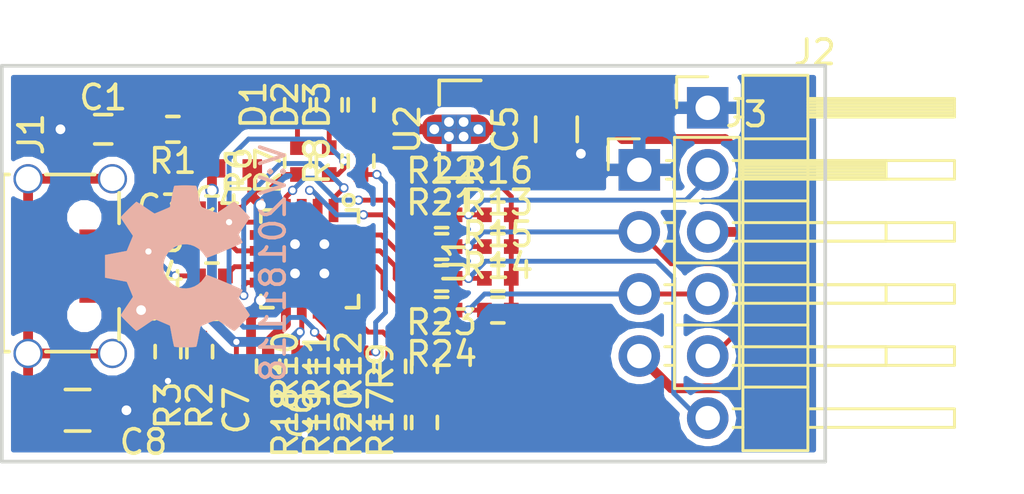
<source format=kicad_pcb>
(kicad_pcb (version 20171130) (host pcbnew 5.0.1-33cea8e~68~ubuntu18.04.1)

  (general
    (thickness 1.6)
    (drawings 4)
    (tracks 271)
    (zones 0)
    (modules 42)
    (nets 31)
  )

  (page A4)
  (layers
    (0 F.Cu signal)
    (31 B.Cu signal)
    (32 B.Adhes user)
    (33 F.Adhes user)
    (34 B.Paste user)
    (35 F.Paste user)
    (36 B.SilkS user)
    (37 F.SilkS user)
    (38 B.Mask user)
    (39 F.Mask user)
    (40 Dwgs.User user)
    (41 Cmts.User user)
    (42 Eco1.User user)
    (43 Eco2.User user)
    (44 Edge.Cuts user)
    (45 Margin user)
    (46 B.CrtYd user)
    (47 F.CrtYd user)
    (48 B.Fab user)
    (49 F.Fab user)
  )

  (setup
    (last_trace_width 0.4)
    (user_trace_width 0.1524)
    (user_trace_width 0.2)
    (user_trace_width 0.3)
    (user_trace_width 0.4)
    (user_trace_width 0.6)
    (user_trace_width 1)
    (user_trace_width 1.5)
    (user_trace_width 2)
    (trace_clearance 0.1524)
    (zone_clearance 0.3)
    (zone_45_only no)
    (trace_min 0.1524)
    (segment_width 0.2)
    (edge_width 0.15)
    (via_size 0.381)
    (via_drill 0.254)
    (via_min_size 0.381)
    (via_min_drill 0.254)
    (user_via 0.381 0.254)
    (user_via 0.55 0.4)
    (user_via 0.75 0.6)
    (user_via 0.95 0.8)
    (user_via 1.3 1)
    (user_via 1.5 1.2)
    (user_via 1.7 1.4)
    (user_via 1.9 1.6)
    (uvia_size 0.381)
    (uvia_drill 0.254)
    (uvias_allowed no)
    (uvia_min_size 0.381)
    (uvia_min_drill 0.254)
    (pcb_text_width 0.3)
    (pcb_text_size 1.5 1.5)
    (mod_edge_width 0.15)
    (mod_text_size 1 1)
    (mod_text_width 0.15)
    (pad_size 1.15 1.15)
    (pad_drill 0.4)
    (pad_to_mask_clearance 0.1)
    (solder_mask_min_width 0.2)
    (aux_axis_origin 0 0)
    (visible_elements FFFFFF7F)
    (pcbplotparams
      (layerselection 0x00030_80000001)
      (usegerberextensions false)
      (usegerberattributes false)
      (usegerberadvancedattributes false)
      (creategerberjobfile false)
      (excludeedgelayer true)
      (linewidth 0.100000)
      (plotframeref false)
      (viasonmask false)
      (mode 1)
      (useauxorigin false)
      (hpglpennumber 1)
      (hpglpenspeed 20)
      (hpglpendiameter 15.000000)
      (psnegative false)
      (psa4output false)
      (plotreference true)
      (plotvalue true)
      (plotinvisibletext false)
      (padsonsilk false)
      (subtractmaskfromsilk false)
      (outputformat 1)
      (mirror false)
      (drillshape 1)
      (scaleselection 1)
      (outputdirectory ""))
  )

  (net 0 "")
  (net 1 GND)
  (net 2 "Net-(J1-Pad4)")
  (net 3 "Net-(C1-Pad2)")
  (net 4 "Net-(C2-Pad2)")
  (net 5 "Net-(C3-Pad2)")
  (net 6 VCC)
  (net 7 /USBDM)
  (net 8 /USBDP)
  (net 9 +3V3)
  (net 10 /3v3int)
  (net 11 "Net-(D1-Pad1)")
  (net 12 "Net-(D2-Pad1)")
  (net 13 "Net-(D3-Pad1)")
  (net 14 /RTS)
  (net 15 /RXD)
  (net 16 /TXD)
  (net 17 /CTS)
  (net 18 /CBUS2)
  (net 19 /CBUS1)
  (net 20 "Net-(R17-Pad2)")
  (net 21 /CBUS3)
  (net 22 "Net-(R10-Pad1)")
  (net 23 "Net-(R11-Pad1)")
  (net 24 /CBUS0)
  (net 25 "Net-(R12-Pad1)")
  (net 26 "Net-(R21-Pad1)")
  (net 27 "Net-(R22-Pad1)")
  (net 28 "Net-(R23-Pad2)")
  (net 29 "Net-(R24-Pad2)")
  (net 30 "Net-(C8-Pad1)")

  (net_class Default "This is the default net class."
    (clearance 0.1524)
    (trace_width 0.1524)
    (via_dia 0.381)
    (via_drill 0.254)
    (uvia_dia 0.381)
    (uvia_drill 0.254)
    (add_net +3V3)
    (add_net /3v3int)
    (add_net /CBUS0)
    (add_net /CBUS1)
    (add_net /CBUS2)
    (add_net /CBUS3)
    (add_net /CTS)
    (add_net /RTS)
    (add_net /RXD)
    (add_net /TXD)
    (add_net /USBDM)
    (add_net /USBDP)
    (add_net GND)
    (add_net "Net-(C1-Pad2)")
    (add_net "Net-(C2-Pad2)")
    (add_net "Net-(C3-Pad2)")
    (add_net "Net-(C8-Pad1)")
    (add_net "Net-(D1-Pad1)")
    (add_net "Net-(D2-Pad1)")
    (add_net "Net-(D3-Pad1)")
    (add_net "Net-(J1-Pad4)")
    (add_net "Net-(R10-Pad1)")
    (add_net "Net-(R11-Pad1)")
    (add_net "Net-(R12-Pad1)")
    (add_net "Net-(R17-Pad2)")
    (add_net "Net-(R21-Pad1)")
    (add_net "Net-(R22-Pad1)")
    (add_net "Net-(R23-Pad2)")
    (add_net "Net-(R24-Pad2)")
    (add_net VCC)
  )

  (module SquantorIC:QFN_16_4by4mm_FTDI_pad_holes (layer F.Cu) (tedit 5BF138F7) (tstamp 5C09124F)
    (at 157.9 67.7 270)
    (path /5B95FE0B)
    (fp_text reference U1 (at 0.05 -6 270) (layer F.SilkS)
      (effects (font (size 1 1) (thickness 0.15)))
    )
    (fp_text value FT230XQ (at 0 6.1 270) (layer F.Fab) hide
      (effects (font (size 1 1) (thickness 0.15)))
    )
    (fp_line (start -2.8 2.8) (end -2.8 -2.8) (layer F.CrtYd) (width 0.05))
    (fp_line (start 2.8 2.8) (end -2.8 2.8) (layer F.CrtYd) (width 0.05))
    (fp_line (start 2.8 -2.8) (end 2.8 2.8) (layer F.CrtYd) (width 0.05))
    (fp_line (start -2.8 -2.8) (end 2.8 -2.8) (layer F.CrtYd) (width 0.05))
    (fp_circle (center -2.4 -1.6) (end -2.3 -1.4) (layer F.SilkS) (width 0.15))
    (fp_line (start -2 -2) (end -2 -1.5) (layer F.SilkS) (width 0.15))
    (fp_line (start -2 -2) (end -1.5 -2) (layer F.SilkS) (width 0.15))
    (fp_line (start 2 -2) (end 1.5 -2) (layer F.SilkS) (width 0.15))
    (fp_line (start 2 -1.5) (end 2 -2) (layer F.SilkS) (width 0.15))
    (fp_line (start 2 2) (end 2 1.5) (layer F.SilkS) (width 0.15))
    (fp_line (start 1.5 2) (end 2 2) (layer F.SilkS) (width 0.15))
    (fp_line (start -2 2) (end -1.5 2) (layer F.SilkS) (width 0.15))
    (fp_line (start -2 1.5) (end -2 2) (layer F.SilkS) (width 0.15))
    (fp_line (start -1.975 1.975) (end -1.975 -1.975) (layer F.Fab) (width 0.15))
    (fp_line (start 1.975 1.975) (end -1.975 1.975) (layer F.Fab) (width 0.15))
    (fp_line (start 1.975 -1.975) (end 1.975 1.975) (layer F.Fab) (width 0.15))
    (fp_line (start -1.975 -1.975) (end 1.975 -1.975) (layer F.Fab) (width 0.15))
    (pad 16 smd rect (at -0.975 -1.975) (size 0.95 0.4) (layers F.Cu F.Paste F.Mask)
      (net 28 "Net-(R23-Pad2)"))
    (pad 15 smd rect (at -0.325 -1.975) (size 0.95 0.4) (layers F.Cu F.Paste F.Mask)
      (net 29 "Net-(R24-Pad2)"))
    (pad 14 smd rect (at 0.325 -2) (size 0.95 0.4) (layers F.Cu F.Paste F.Mask)
      (net 21 /CBUS3))
    (pad 13 smd rect (at 0.975 -1.975) (size 0.95 0.4) (layers F.Cu F.Paste F.Mask)
      (net 1 GND))
    (pad 12 smd rect (at 1.975 -0.975 270) (size 0.95 0.4) (layers F.Cu F.Paste F.Mask)
      (net 24 /CBUS0))
    (pad 11 smd rect (at 1.975 -0.325 270) (size 0.95 0.4) (layers F.Cu F.Paste F.Mask)
      (net 19 /CBUS1))
    (pad 10 smd rect (at 1.975 0.325 270) (size 0.95 0.4) (layers F.Cu F.Paste F.Mask)
      (net 6 VCC))
    (pad 9 smd rect (at 1.975 0.975 90) (size 0.95 0.4) (layers F.Cu F.Paste F.Mask)
      (net 10 /3v3int))
    (pad 8 smd rect (at 0.975 1.975) (size 0.95 0.4) (layers F.Cu F.Paste F.Mask)
      (net 10 /3v3int))
    (pad 7 smd rect (at 0.325 1.975) (size 0.95 0.4) (layers F.Cu F.Paste F.Mask)
      (net 7 /USBDM))
    (pad 6 smd rect (at -0.325 1.975) (size 0.95 0.4) (layers F.Cu F.Paste F.Mask)
      (net 8 /USBDP))
    (pad 5 smd rect (at -0.975 1.975) (size 0.95 0.4) (layers F.Cu F.Paste F.Mask)
      (net 18 /CBUS2))
    (pad 4 smd rect (at -1.975 0.975 270) (size 0.95 0.4) (layers F.Cu F.Paste F.Mask)
      (net 27 "Net-(R22-Pad1)"))
    (pad 3 smd rect (at -1.975 0.325 270) (size 0.95 0.4) (layers F.Cu F.Paste F.Mask)
      (net 1 GND))
    (pad 2 smd rect (at -1.975 -0.325 270) (size 0.95 0.4) (layers F.Cu F.Paste F.Mask)
      (net 26 "Net-(R21-Pad1)"))
    (pad 1 smd rect (at -1.975 -0.975 270) (size 0.95 0.4) (layers F.Cu F.Paste F.Mask)
      (net 10 /3v3int))
    (pad 17 smd rect (at 0 0 270) (size 2.3 2.3) (layers F.Cu F.Paste F.Mask)
      (net 1 GND))
  )

  (module Symbols:OSHW-Symbol_6.7x6mm_SilkScreen (layer B.Cu) (tedit 0) (tstamp 5A135134)
    (at 152.5 68 270)
    (descr "Open Source Hardware Symbol")
    (tags "Logo Symbol OSHW")
    (path /5A135869)
    (attr virtual)
    (fp_text reference N1 (at 0 0 270) (layer B.SilkS) hide
      (effects (font (size 1 1) (thickness 0.15)) (justify mirror))
    )
    (fp_text value OHWLOGO (at 0.75 0 270) (layer B.Fab) hide
      (effects (font (size 1 1) (thickness 0.15)) (justify mirror))
    )
    (fp_poly (pts (xy 0.555814 2.531069) (xy 0.639635 2.086445) (xy 0.94892 1.958947) (xy 1.258206 1.831449)
      (xy 1.629246 2.083754) (xy 1.733157 2.154004) (xy 1.827087 2.216728) (xy 1.906652 2.269062)
      (xy 1.96747 2.308143) (xy 2.005157 2.331107) (xy 2.015421 2.336058) (xy 2.03391 2.323324)
      (xy 2.07342 2.288118) (xy 2.129522 2.234938) (xy 2.197787 2.168282) (xy 2.273786 2.092646)
      (xy 2.353092 2.012528) (xy 2.431275 1.932426) (xy 2.503907 1.856836) (xy 2.566559 1.790255)
      (xy 2.614803 1.737182) (xy 2.64421 1.702113) (xy 2.651241 1.690377) (xy 2.641123 1.66874)
      (xy 2.612759 1.621338) (xy 2.569129 1.552807) (xy 2.513218 1.467785) (xy 2.448006 1.370907)
      (xy 2.410219 1.31565) (xy 2.341343 1.214752) (xy 2.28014 1.123701) (xy 2.229578 1.04703)
      (xy 2.192628 0.989272) (xy 2.172258 0.954957) (xy 2.169197 0.947746) (xy 2.176136 0.927252)
      (xy 2.195051 0.879487) (xy 2.223087 0.811168) (xy 2.257391 0.729011) (xy 2.295109 0.63973)
      (xy 2.333387 0.550042) (xy 2.36937 0.466662) (xy 2.400206 0.396306) (xy 2.423039 0.34569)
      (xy 2.435017 0.321529) (xy 2.435724 0.320578) (xy 2.454531 0.315964) (xy 2.504618 0.305672)
      (xy 2.580793 0.290713) (xy 2.677865 0.272099) (xy 2.790643 0.250841) (xy 2.856442 0.238582)
      (xy 2.97695 0.215638) (xy 3.085797 0.193805) (xy 3.177476 0.174278) (xy 3.246481 0.158252)
      (xy 3.287304 0.146921) (xy 3.295511 0.143326) (xy 3.303548 0.118994) (xy 3.310033 0.064041)
      (xy 3.31497 -0.015108) (xy 3.318364 -0.112026) (xy 3.320218 -0.220287) (xy 3.320538 -0.333465)
      (xy 3.319327 -0.445135) (xy 3.31659 -0.548868) (xy 3.312331 -0.638241) (xy 3.306555 -0.706826)
      (xy 3.299267 -0.748197) (xy 3.294895 -0.75681) (xy 3.268764 -0.767133) (xy 3.213393 -0.781892)
      (xy 3.136107 -0.799352) (xy 3.04423 -0.81778) (xy 3.012158 -0.823741) (xy 2.857524 -0.852066)
      (xy 2.735375 -0.874876) (xy 2.641673 -0.89308) (xy 2.572384 -0.907583) (xy 2.523471 -0.919292)
      (xy 2.490897 -0.929115) (xy 2.470628 -0.937956) (xy 2.458626 -0.946724) (xy 2.456947 -0.948457)
      (xy 2.440184 -0.976371) (xy 2.414614 -1.030695) (xy 2.382788 -1.104777) (xy 2.34726 -1.191965)
      (xy 2.310583 -1.285608) (xy 2.275311 -1.379052) (xy 2.243996 -1.465647) (xy 2.219193 -1.53874)
      (xy 2.203454 -1.591678) (xy 2.199332 -1.617811) (xy 2.199676 -1.618726) (xy 2.213641 -1.640086)
      (xy 2.245322 -1.687084) (xy 2.291391 -1.754827) (xy 2.348518 -1.838423) (xy 2.413373 -1.932982)
      (xy 2.431843 -1.959854) (xy 2.497699 -2.057275) (xy 2.55565 -2.146163) (xy 2.602538 -2.221412)
      (xy 2.635207 -2.27792) (xy 2.6505 -2.310581) (xy 2.651241 -2.314593) (xy 2.638392 -2.335684)
      (xy 2.602888 -2.377464) (xy 2.549293 -2.435445) (xy 2.482171 -2.505135) (xy 2.406087 -2.582045)
      (xy 2.325604 -2.661683) (xy 2.245287 -2.739561) (xy 2.169699 -2.811186) (xy 2.103405 -2.87207)
      (xy 2.050969 -2.917721) (xy 2.016955 -2.94365) (xy 2.007545 -2.947883) (xy 1.985643 -2.937912)
      (xy 1.9408 -2.91102) (xy 1.880321 -2.871736) (xy 1.833789 -2.840117) (xy 1.749475 -2.782098)
      (xy 1.649626 -2.713784) (xy 1.549473 -2.645579) (xy 1.495627 -2.609075) (xy 1.313371 -2.4858)
      (xy 1.160381 -2.56852) (xy 1.090682 -2.604759) (xy 1.031414 -2.632926) (xy 0.991311 -2.648991)
      (xy 0.981103 -2.651226) (xy 0.968829 -2.634722) (xy 0.944613 -2.588082) (xy 0.910263 -2.515609)
      (xy 0.867588 -2.421606) (xy 0.818394 -2.310374) (xy 0.76449 -2.186215) (xy 0.707684 -2.053432)
      (xy 0.649782 -1.916327) (xy 0.592593 -1.779202) (xy 0.537924 -1.646358) (xy 0.487584 -1.522098)
      (xy 0.44338 -1.410725) (xy 0.407119 -1.316539) (xy 0.380609 -1.243844) (xy 0.365658 -1.196941)
      (xy 0.363254 -1.180833) (xy 0.382311 -1.160286) (xy 0.424036 -1.126933) (xy 0.479706 -1.087702)
      (xy 0.484378 -1.084599) (xy 0.628264 -0.969423) (xy 0.744283 -0.835053) (xy 0.83143 -0.685784)
      (xy 0.888699 -0.525913) (xy 0.915086 -0.359737) (xy 0.909585 -0.191552) (xy 0.87119 -0.025655)
      (xy 0.798895 0.133658) (xy 0.777626 0.168513) (xy 0.666996 0.309263) (xy 0.536302 0.422286)
      (xy 0.390064 0.506997) (xy 0.232808 0.562806) (xy 0.069057 0.589126) (xy -0.096667 0.58537)
      (xy -0.259838 0.55095) (xy -0.415935 0.485277) (xy -0.560433 0.387765) (xy -0.605131 0.348187)
      (xy -0.718888 0.224297) (xy -0.801782 0.093876) (xy -0.858644 -0.052315) (xy -0.890313 -0.197088)
      (xy -0.898131 -0.35986) (xy -0.872062 -0.52344) (xy -0.814755 -0.682298) (xy -0.728856 -0.830906)
      (xy -0.617014 -0.963735) (xy -0.481877 -1.075256) (xy -0.464117 -1.087011) (xy -0.40785 -1.125508)
      (xy -0.365077 -1.158863) (xy -0.344628 -1.18016) (xy -0.344331 -1.180833) (xy -0.348721 -1.203871)
      (xy -0.366124 -1.256157) (xy -0.394732 -1.33339) (xy -0.432735 -1.431268) (xy -0.478326 -1.545491)
      (xy -0.529697 -1.671758) (xy -0.585038 -1.805767) (xy -0.642542 -1.943218) (xy -0.700399 -2.079808)
      (xy -0.756802 -2.211237) (xy -0.809942 -2.333205) (xy -0.85801 -2.441409) (xy -0.899199 -2.531549)
      (xy -0.931699 -2.599323) (xy -0.953703 -2.64043) (xy -0.962564 -2.651226) (xy -0.98964 -2.642819)
      (xy -1.040303 -2.620272) (xy -1.105817 -2.587613) (xy -1.141841 -2.56852) (xy -1.294832 -2.4858)
      (xy -1.477088 -2.609075) (xy -1.570125 -2.672228) (xy -1.671985 -2.741727) (xy -1.767438 -2.807165)
      (xy -1.81525 -2.840117) (xy -1.882495 -2.885273) (xy -1.939436 -2.921057) (xy -1.978646 -2.942938)
      (xy -1.991381 -2.947563) (xy -2.009917 -2.935085) (xy -2.050941 -2.900252) (xy -2.110475 -2.846678)
      (xy -2.184542 -2.777983) (xy -2.269165 -2.697781) (xy -2.322685 -2.646286) (xy -2.416319 -2.554286)
      (xy -2.497241 -2.471999) (xy -2.562177 -2.402945) (xy -2.607858 -2.350644) (xy -2.631011 -2.318616)
      (xy -2.633232 -2.312116) (xy -2.622924 -2.287394) (xy -2.594439 -2.237405) (xy -2.550937 -2.167212)
      (xy -2.495577 -2.081875) (xy -2.43152 -1.986456) (xy -2.413303 -1.959854) (xy -2.346927 -1.863167)
      (xy -2.287378 -1.776117) (xy -2.237984 -1.703595) (xy -2.202075 -1.650493) (xy -2.182981 -1.621703)
      (xy -2.181136 -1.618726) (xy -2.183895 -1.595782) (xy -2.198538 -1.545336) (xy -2.222513 -1.474041)
      (xy -2.253266 -1.388547) (xy -2.288244 -1.295507) (xy -2.324893 -1.201574) (xy -2.360661 -1.113399)
      (xy -2.392994 -1.037634) (xy -2.419338 -0.980931) (xy -2.437142 -0.949943) (xy -2.438407 -0.948457)
      (xy -2.449294 -0.939601) (xy -2.467682 -0.930843) (xy -2.497606 -0.921277) (xy -2.543103 -0.909996)
      (xy -2.608209 -0.896093) (xy -2.696961 -0.878663) (xy -2.813393 -0.856798) (xy -2.961542 -0.829591)
      (xy -2.993618 -0.823741) (xy -3.088686 -0.805374) (xy -3.171565 -0.787405) (xy -3.23493 -0.771569)
      (xy -3.271458 -0.7596) (xy -3.276356 -0.75681) (xy -3.284427 -0.732072) (xy -3.290987 -0.67679)
      (xy -3.296033 -0.597389) (xy -3.299559 -0.500296) (xy -3.301561 -0.391938) (xy -3.302036 -0.27874)
      (xy -3.300977 -0.167128) (xy -3.298382 -0.063529) (xy -3.294246 0.025632) (xy -3.288563 0.093928)
      (xy -3.281331 0.134934) (xy -3.276971 0.143326) (xy -3.252698 0.151792) (xy -3.197426 0.165565)
      (xy -3.116662 0.18345) (xy -3.015912 0.204252) (xy -2.900683 0.226777) (xy -2.837902 0.238582)
      (xy -2.718787 0.260849) (xy -2.612565 0.281021) (xy -2.524427 0.298085) (xy -2.459566 0.311031)
      (xy -2.423174 0.318845) (xy -2.417184 0.320578) (xy -2.407061 0.34011) (xy -2.385662 0.387157)
      (xy -2.355839 0.454997) (xy -2.320445 0.536909) (xy -2.282332 0.626172) (xy -2.244353 0.716065)
      (xy -2.20936 0.799865) (xy -2.180206 0.870853) (xy -2.159743 0.922306) (xy -2.150823 0.947503)
      (xy -2.150657 0.948604) (xy -2.160769 0.968481) (xy -2.189117 1.014223) (xy -2.232723 1.081283)
      (xy -2.288606 1.165116) (xy -2.353787 1.261174) (xy -2.391679 1.31635) (xy -2.460725 1.417519)
      (xy -2.52205 1.50937) (xy -2.572663 1.587256) (xy -2.609571 1.646531) (xy -2.629782 1.682549)
      (xy -2.632701 1.690623) (xy -2.620153 1.709416) (xy -2.585463 1.749543) (xy -2.533063 1.806507)
      (xy -2.467384 1.875815) (xy -2.392856 1.952969) (xy -2.313913 2.033475) (xy -2.234983 2.112837)
      (xy -2.1605 2.18656) (xy -2.094894 2.250148) (xy -2.042596 2.299106) (xy -2.008039 2.328939)
      (xy -1.996478 2.336058) (xy -1.977654 2.326047) (xy -1.932631 2.297922) (xy -1.865787 2.254546)
      (xy -1.781499 2.198782) (xy -1.684144 2.133494) (xy -1.610707 2.083754) (xy -1.239667 1.831449)
      (xy -0.621095 2.086445) (xy -0.537275 2.531069) (xy -0.453454 2.975693) (xy 0.471994 2.975693)
      (xy 0.555814 2.531069)) (layer B.SilkS) (width 0.01))
  )

  (module SquantorUsb:USB-muB-SMD_TH (layer F.Cu) (tedit 5B98300A) (tstamp 5B996B0E)
    (at 148.1 68 270)
    (path /5B95FC83)
    (fp_text reference J1 (at -5.4 1.6 270) (layer F.SilkS)
      (effects (font (size 1 1) (thickness 0.15)))
    )
    (fp_text value USB-ID (at 0 3.6 270) (layer F.Fab) hide
      (effects (font (size 1 1) (thickness 0.15)))
    )
    (fp_line (start 3.5 2.5) (end 3.5 2.75) (layer F.SilkS) (width 0.15))
    (fp_line (start 3.5 2.75) (end -3.75 2.75) (layer F.SilkS) (width 0.15))
    (fp_line (start -3.75 2.75) (end -3.75 2.5) (layer F.SilkS) (width 0.15))
    (fp_line (start -3.75 -1) (end -3.75 1) (layer F.SilkS) (width 0.15))
    (fp_line (start 3.5 -1) (end 3.5 1) (layer F.SilkS) (width 0.15))
    (fp_line (start 1.75 -2) (end 3 -2) (layer F.SilkS) (width 0.15))
    (fp_line (start -3 -2) (end -1.75 -2) (layer F.SilkS) (width 0.15))
    (pad S thru_hole circle (at -3.575 -1.725 270) (size 1.2 1.2) (drill 1) (layers *.Cu *.Mask)
      (net 30 "Net-(C8-Pad1)"))
    (pad S thru_hole circle (at 3.575 -1.725 270) (size 1.2 1.2) (drill 1) (layers *.Cu *.Mask)
      (net 30 "Net-(C8-Pad1)"))
    (pad S thru_hole circle (at -3.575 1.725 270) (size 1.2 1.2) (drill 1) (layers *.Cu *.Mask)
      (net 30 "Net-(C8-Pad1)"))
    (pad "" np_thru_hole circle (at -2 -0.575 270) (size 0.8 0.8) (drill 0.8) (layers *.Cu))
    (pad 5 smd rect (at 1.3 -1.3 270) (size 0.4 1.85) (layers F.Cu F.Paste F.Mask)
      (net 1 GND))
    (pad 4 smd rect (at 0.65 -1.3 270) (size 0.4 1.85) (layers F.Cu F.Paste F.Mask)
      (net 2 "Net-(J1-Pad4)"))
    (pad 3 smd rect (at 0 -1.3 270) (size 0.4 1.85) (layers F.Cu F.Paste F.Mask)
      (net 5 "Net-(C3-Pad2)"))
    (pad 2 smd rect (at -0.65 -1.3 270) (size 0.4 1.85) (layers F.Cu F.Paste F.Mask)
      (net 4 "Net-(C2-Pad2)"))
    (pad 1 smd rect (at -1.3 -1.3 270) (size 0.4 1.85) (layers F.Cu F.Paste F.Mask)
      (net 3 "Net-(C1-Pad2)"))
    (pad "" np_thru_hole circle (at 2 -0.575 270) (size 0.8 0.8) (drill 0.8) (layers *.Cu))
    (pad S thru_hole circle (at 3.575 1.725 270) (size 1.2 1.2) (drill 1) (layers *.Cu *.Mask)
      (net 30 "Net-(C8-Pad1)"))
  )

  (module SquantorLabels:Label_version (layer B.Cu) (tedit 5B5A1E49) (tstamp 5C090D6C)
    (at 156.3 69.3 90)
    (path /5A1357A5)
    (fp_text reference N2 (at 0 -1.4 90) (layer B.Fab) hide
      (effects (font (size 1 1) (thickness 0.15)) (justify mirror))
    )
    (fp_text value V20181118 (at 0.8 0.1 90) (layer B.SilkS)
      (effects (font (size 1 1) (thickness 0.15)) (justify mirror))
    )
    (fp_text user V: (at 5.6 0.1 90) (layer B.SilkS)
      (effects (font (size 1 1) (thickness 0.15)) (justify mirror))
    )
  )

  (module Pin_Headers:Pin_Header_Angled_1x06_Pitch2.54mm (layer F.Cu) (tedit 59650532) (tstamp 5B9D8DBC)
    (at 174.19 61.52)
    (descr "Through hole angled pin header, 1x06, 2.54mm pitch, 6mm pin length, single row")
    (tags "Through hole angled pin header THT 1x06 2.54mm single row")
    (path /5B96027C)
    (fp_text reference J2 (at 4.385 -2.27) (layer F.SilkS)
      (effects (font (size 1 1) (thickness 0.15)))
    )
    (fp_text value FTDI_PINS_1X06 (at 4.385 14.97) (layer F.Fab)
      (effects (font (size 1 1) (thickness 0.15)))
    )
    (fp_text user %R (at 2.77 6.35 90) (layer F.Fab)
      (effects (font (size 1 1) (thickness 0.15)))
    )
    (fp_line (start 10.55 -1.8) (end -1.8 -1.8) (layer F.CrtYd) (width 0.05))
    (fp_line (start 10.55 14.5) (end 10.55 -1.8) (layer F.CrtYd) (width 0.05))
    (fp_line (start -1.8 14.5) (end 10.55 14.5) (layer F.CrtYd) (width 0.05))
    (fp_line (start -1.8 -1.8) (end -1.8 14.5) (layer F.CrtYd) (width 0.05))
    (fp_line (start -1.27 -1.27) (end 0 -1.27) (layer F.SilkS) (width 0.12))
    (fp_line (start -1.27 0) (end -1.27 -1.27) (layer F.SilkS) (width 0.12))
    (fp_line (start 1.042929 13.08) (end 1.44 13.08) (layer F.SilkS) (width 0.12))
    (fp_line (start 1.042929 12.32) (end 1.44 12.32) (layer F.SilkS) (width 0.12))
    (fp_line (start 10.1 13.08) (end 4.1 13.08) (layer F.SilkS) (width 0.12))
    (fp_line (start 10.1 12.32) (end 10.1 13.08) (layer F.SilkS) (width 0.12))
    (fp_line (start 4.1 12.32) (end 10.1 12.32) (layer F.SilkS) (width 0.12))
    (fp_line (start 1.44 11.43) (end 4.1 11.43) (layer F.SilkS) (width 0.12))
    (fp_line (start 1.042929 10.54) (end 1.44 10.54) (layer F.SilkS) (width 0.12))
    (fp_line (start 1.042929 9.78) (end 1.44 9.78) (layer F.SilkS) (width 0.12))
    (fp_line (start 10.1 10.54) (end 4.1 10.54) (layer F.SilkS) (width 0.12))
    (fp_line (start 10.1 9.78) (end 10.1 10.54) (layer F.SilkS) (width 0.12))
    (fp_line (start 4.1 9.78) (end 10.1 9.78) (layer F.SilkS) (width 0.12))
    (fp_line (start 1.44 8.89) (end 4.1 8.89) (layer F.SilkS) (width 0.12))
    (fp_line (start 1.042929 8) (end 1.44 8) (layer F.SilkS) (width 0.12))
    (fp_line (start 1.042929 7.24) (end 1.44 7.24) (layer F.SilkS) (width 0.12))
    (fp_line (start 10.1 8) (end 4.1 8) (layer F.SilkS) (width 0.12))
    (fp_line (start 10.1 7.24) (end 10.1 8) (layer F.SilkS) (width 0.12))
    (fp_line (start 4.1 7.24) (end 10.1 7.24) (layer F.SilkS) (width 0.12))
    (fp_line (start 1.44 6.35) (end 4.1 6.35) (layer F.SilkS) (width 0.12))
    (fp_line (start 1.042929 5.46) (end 1.44 5.46) (layer F.SilkS) (width 0.12))
    (fp_line (start 1.042929 4.7) (end 1.44 4.7) (layer F.SilkS) (width 0.12))
    (fp_line (start 10.1 5.46) (end 4.1 5.46) (layer F.SilkS) (width 0.12))
    (fp_line (start 10.1 4.7) (end 10.1 5.46) (layer F.SilkS) (width 0.12))
    (fp_line (start 4.1 4.7) (end 10.1 4.7) (layer F.SilkS) (width 0.12))
    (fp_line (start 1.44 3.81) (end 4.1 3.81) (layer F.SilkS) (width 0.12))
    (fp_line (start 1.042929 2.92) (end 1.44 2.92) (layer F.SilkS) (width 0.12))
    (fp_line (start 1.042929 2.16) (end 1.44 2.16) (layer F.SilkS) (width 0.12))
    (fp_line (start 10.1 2.92) (end 4.1 2.92) (layer F.SilkS) (width 0.12))
    (fp_line (start 10.1 2.16) (end 10.1 2.92) (layer F.SilkS) (width 0.12))
    (fp_line (start 4.1 2.16) (end 10.1 2.16) (layer F.SilkS) (width 0.12))
    (fp_line (start 1.44 1.27) (end 4.1 1.27) (layer F.SilkS) (width 0.12))
    (fp_line (start 1.11 0.38) (end 1.44 0.38) (layer F.SilkS) (width 0.12))
    (fp_line (start 1.11 -0.38) (end 1.44 -0.38) (layer F.SilkS) (width 0.12))
    (fp_line (start 4.1 0.28) (end 10.1 0.28) (layer F.SilkS) (width 0.12))
    (fp_line (start 4.1 0.16) (end 10.1 0.16) (layer F.SilkS) (width 0.12))
    (fp_line (start 4.1 0.04) (end 10.1 0.04) (layer F.SilkS) (width 0.12))
    (fp_line (start 4.1 -0.08) (end 10.1 -0.08) (layer F.SilkS) (width 0.12))
    (fp_line (start 4.1 -0.2) (end 10.1 -0.2) (layer F.SilkS) (width 0.12))
    (fp_line (start 4.1 -0.32) (end 10.1 -0.32) (layer F.SilkS) (width 0.12))
    (fp_line (start 10.1 0.38) (end 4.1 0.38) (layer F.SilkS) (width 0.12))
    (fp_line (start 10.1 -0.38) (end 10.1 0.38) (layer F.SilkS) (width 0.12))
    (fp_line (start 4.1 -0.38) (end 10.1 -0.38) (layer F.SilkS) (width 0.12))
    (fp_line (start 4.1 -1.33) (end 1.44 -1.33) (layer F.SilkS) (width 0.12))
    (fp_line (start 4.1 14.03) (end 4.1 -1.33) (layer F.SilkS) (width 0.12))
    (fp_line (start 1.44 14.03) (end 4.1 14.03) (layer F.SilkS) (width 0.12))
    (fp_line (start 1.44 -1.33) (end 1.44 14.03) (layer F.SilkS) (width 0.12))
    (fp_line (start 4.04 13.02) (end 10.04 13.02) (layer F.Fab) (width 0.1))
    (fp_line (start 10.04 12.38) (end 10.04 13.02) (layer F.Fab) (width 0.1))
    (fp_line (start 4.04 12.38) (end 10.04 12.38) (layer F.Fab) (width 0.1))
    (fp_line (start -0.32 13.02) (end 1.5 13.02) (layer F.Fab) (width 0.1))
    (fp_line (start -0.32 12.38) (end -0.32 13.02) (layer F.Fab) (width 0.1))
    (fp_line (start -0.32 12.38) (end 1.5 12.38) (layer F.Fab) (width 0.1))
    (fp_line (start 4.04 10.48) (end 10.04 10.48) (layer F.Fab) (width 0.1))
    (fp_line (start 10.04 9.84) (end 10.04 10.48) (layer F.Fab) (width 0.1))
    (fp_line (start 4.04 9.84) (end 10.04 9.84) (layer F.Fab) (width 0.1))
    (fp_line (start -0.32 10.48) (end 1.5 10.48) (layer F.Fab) (width 0.1))
    (fp_line (start -0.32 9.84) (end -0.32 10.48) (layer F.Fab) (width 0.1))
    (fp_line (start -0.32 9.84) (end 1.5 9.84) (layer F.Fab) (width 0.1))
    (fp_line (start 4.04 7.94) (end 10.04 7.94) (layer F.Fab) (width 0.1))
    (fp_line (start 10.04 7.3) (end 10.04 7.94) (layer F.Fab) (width 0.1))
    (fp_line (start 4.04 7.3) (end 10.04 7.3) (layer F.Fab) (width 0.1))
    (fp_line (start -0.32 7.94) (end 1.5 7.94) (layer F.Fab) (width 0.1))
    (fp_line (start -0.32 7.3) (end -0.32 7.94) (layer F.Fab) (width 0.1))
    (fp_line (start -0.32 7.3) (end 1.5 7.3) (layer F.Fab) (width 0.1))
    (fp_line (start 4.04 5.4) (end 10.04 5.4) (layer F.Fab) (width 0.1))
    (fp_line (start 10.04 4.76) (end 10.04 5.4) (layer F.Fab) (width 0.1))
    (fp_line (start 4.04 4.76) (end 10.04 4.76) (layer F.Fab) (width 0.1))
    (fp_line (start -0.32 5.4) (end 1.5 5.4) (layer F.Fab) (width 0.1))
    (fp_line (start -0.32 4.76) (end -0.32 5.4) (layer F.Fab) (width 0.1))
    (fp_line (start -0.32 4.76) (end 1.5 4.76) (layer F.Fab) (width 0.1))
    (fp_line (start 4.04 2.86) (end 10.04 2.86) (layer F.Fab) (width 0.1))
    (fp_line (start 10.04 2.22) (end 10.04 2.86) (layer F.Fab) (width 0.1))
    (fp_line (start 4.04 2.22) (end 10.04 2.22) (layer F.Fab) (width 0.1))
    (fp_line (start -0.32 2.86) (end 1.5 2.86) (layer F.Fab) (width 0.1))
    (fp_line (start -0.32 2.22) (end -0.32 2.86) (layer F.Fab) (width 0.1))
    (fp_line (start -0.32 2.22) (end 1.5 2.22) (layer F.Fab) (width 0.1))
    (fp_line (start 4.04 0.32) (end 10.04 0.32) (layer F.Fab) (width 0.1))
    (fp_line (start 10.04 -0.32) (end 10.04 0.32) (layer F.Fab) (width 0.1))
    (fp_line (start 4.04 -0.32) (end 10.04 -0.32) (layer F.Fab) (width 0.1))
    (fp_line (start -0.32 0.32) (end 1.5 0.32) (layer F.Fab) (width 0.1))
    (fp_line (start -0.32 -0.32) (end -0.32 0.32) (layer F.Fab) (width 0.1))
    (fp_line (start -0.32 -0.32) (end 1.5 -0.32) (layer F.Fab) (width 0.1))
    (fp_line (start 1.5 -0.635) (end 2.135 -1.27) (layer F.Fab) (width 0.1))
    (fp_line (start 1.5 13.97) (end 1.5 -0.635) (layer F.Fab) (width 0.1))
    (fp_line (start 4.04 13.97) (end 1.5 13.97) (layer F.Fab) (width 0.1))
    (fp_line (start 4.04 -1.27) (end 4.04 13.97) (layer F.Fab) (width 0.1))
    (fp_line (start 2.135 -1.27) (end 4.04 -1.27) (layer F.Fab) (width 0.1))
    (pad 6 thru_hole oval (at 0 12.7) (size 1.7 1.7) (drill 1) (layers *.Cu *.Mask)
      (net 14 /RTS))
    (pad 5 thru_hole oval (at 0 10.16) (size 1.7 1.7) (drill 1) (layers *.Cu *.Mask)
      (net 15 /RXD))
    (pad 4 thru_hole oval (at 0 7.62) (size 1.7 1.7) (drill 1) (layers *.Cu *.Mask)
      (net 16 /TXD))
    (pad 3 thru_hole oval (at 0 5.08) (size 1.7 1.7) (drill 1) (layers *.Cu *.Mask)
      (net 9 +3V3))
    (pad 2 thru_hole oval (at 0 2.54) (size 1.7 1.7) (drill 1) (layers *.Cu *.Mask)
      (net 17 /CTS))
    (pad 1 thru_hole rect (at 0 0) (size 1.7 1.7) (drill 1) (layers *.Cu *.Mask)
      (net 1 GND))
    (model ${KISYS3DMOD}/Pin_Headers.3dshapes/Pin_Header_Angled_1x06_Pitch2.54mm.wrl
      (at (xyz 0 0 0))
      (scale (xyz 1 1 1))
      (rotate (xyz 0 0 0))
    )
  )

  (module Pin_Headers:Pin_Header_Angled_1x04_Pitch2.54mm (layer F.Cu) (tedit 59650532) (tstamp 5B9D9423)
    (at 171.39 64.06)
    (descr "Through hole angled pin header, 1x04, 2.54mm pitch, 6mm pin length, single row")
    (tags "Through hole angled pin header THT 1x04 2.54mm single row")
    (path /5B97CCA7)
    (fp_text reference J3 (at 4.385 -2.27) (layer F.SilkS)
      (effects (font (size 1 1) (thickness 0.15)))
    )
    (fp_text value PINS_1X04 (at 4.385 9.89) (layer F.Fab)
      (effects (font (size 1 1) (thickness 0.15)))
    )
    (fp_text user %R (at 14.9 4.7 90) (layer F.Fab)
      (effects (font (size 1 1) (thickness 0.15)))
    )
    (fp_line (start 10.55 -1.8) (end -1.8 -1.8) (layer F.CrtYd) (width 0.05))
    (fp_line (start 10.55 9.4) (end 10.55 -1.8) (layer F.CrtYd) (width 0.05))
    (fp_line (start -1.8 9.4) (end 10.55 9.4) (layer F.CrtYd) (width 0.05))
    (fp_line (start -1.8 -1.8) (end -1.8 9.4) (layer F.CrtYd) (width 0.05))
    (fp_line (start -1.27 -1.27) (end 0 -1.27) (layer F.SilkS) (width 0.12))
    (fp_line (start -1.27 0) (end -1.27 -1.27) (layer F.SilkS) (width 0.12))
    (fp_line (start 1.042929 8) (end 1.44 8) (layer F.SilkS) (width 0.12))
    (fp_line (start 1.042929 7.24) (end 1.44 7.24) (layer F.SilkS) (width 0.12))
    (fp_line (start 10.1 8) (end 4.1 8) (layer F.SilkS) (width 0.12))
    (fp_line (start 10.1 7.24) (end 10.1 8) (layer F.SilkS) (width 0.12))
    (fp_line (start 4.1 7.24) (end 10.1 7.24) (layer F.SilkS) (width 0.12))
    (fp_line (start 1.44 6.35) (end 4.1 6.35) (layer F.SilkS) (width 0.12))
    (fp_line (start 1.042929 5.46) (end 1.44 5.46) (layer F.SilkS) (width 0.12))
    (fp_line (start 1.042929 4.7) (end 1.44 4.7) (layer F.SilkS) (width 0.12))
    (fp_line (start 10.1 5.46) (end 4.1 5.46) (layer F.SilkS) (width 0.12))
    (fp_line (start 10.1 4.7) (end 10.1 5.46) (layer F.SilkS) (width 0.12))
    (fp_line (start 4.1 4.7) (end 10.1 4.7) (layer F.SilkS) (width 0.12))
    (fp_line (start 1.44 3.81) (end 4.1 3.81) (layer F.SilkS) (width 0.12))
    (fp_line (start 1.042929 2.92) (end 1.44 2.92) (layer F.SilkS) (width 0.12))
    (fp_line (start 1.042929 2.16) (end 1.44 2.16) (layer F.SilkS) (width 0.12))
    (fp_line (start 10.1 2.92) (end 4.1 2.92) (layer F.SilkS) (width 0.12))
    (fp_line (start 10.1 2.16) (end 10.1 2.92) (layer F.SilkS) (width 0.12))
    (fp_line (start 4.1 2.16) (end 10.1 2.16) (layer F.SilkS) (width 0.12))
    (fp_line (start 1.44 1.27) (end 4.1 1.27) (layer F.SilkS) (width 0.12))
    (fp_line (start 1.11 0.38) (end 1.44 0.38) (layer F.SilkS) (width 0.12))
    (fp_line (start 1.11 -0.38) (end 1.44 -0.38) (layer F.SilkS) (width 0.12))
    (fp_line (start 4.1 0.28) (end 10.1 0.28) (layer F.SilkS) (width 0.12))
    (fp_line (start 4.1 0.16) (end 10.1 0.16) (layer F.SilkS) (width 0.12))
    (fp_line (start 4.1 0.04) (end 10.1 0.04) (layer F.SilkS) (width 0.12))
    (fp_line (start 4.1 -0.08) (end 10.1 -0.08) (layer F.SilkS) (width 0.12))
    (fp_line (start 4.1 -0.2) (end 10.1 -0.2) (layer F.SilkS) (width 0.12))
    (fp_line (start 4.1 -0.32) (end 10.1 -0.32) (layer F.SilkS) (width 0.12))
    (fp_line (start 10.1 0.38) (end 4.1 0.38) (layer F.SilkS) (width 0.12))
    (fp_line (start 10.1 -0.38) (end 10.1 0.38) (layer F.SilkS) (width 0.12))
    (fp_line (start 4.1 -0.38) (end 10.1 -0.38) (layer F.SilkS) (width 0.12))
    (fp_line (start 4.1 -1.33) (end 1.44 -1.33) (layer F.SilkS) (width 0.12))
    (fp_line (start 4.1 8.95) (end 4.1 -1.33) (layer F.SilkS) (width 0.12))
    (fp_line (start 1.44 8.95) (end 4.1 8.95) (layer F.SilkS) (width 0.12))
    (fp_line (start 1.44 -1.33) (end 1.44 8.95) (layer F.SilkS) (width 0.12))
    (fp_line (start 4.04 7.94) (end 10.04 7.94) (layer F.Fab) (width 0.1))
    (fp_line (start 10.04 7.3) (end 10.04 7.94) (layer F.Fab) (width 0.1))
    (fp_line (start 4.04 7.3) (end 10.04 7.3) (layer F.Fab) (width 0.1))
    (fp_line (start -0.32 7.94) (end 1.5 7.94) (layer F.Fab) (width 0.1))
    (fp_line (start -0.32 7.3) (end -0.32 7.94) (layer F.Fab) (width 0.1))
    (fp_line (start -0.32 7.3) (end 1.5 7.3) (layer F.Fab) (width 0.1))
    (fp_line (start 4.04 5.4) (end 10.04 5.4) (layer F.Fab) (width 0.1))
    (fp_line (start 10.04 4.76) (end 10.04 5.4) (layer F.Fab) (width 0.1))
    (fp_line (start 4.04 4.76) (end 10.04 4.76) (layer F.Fab) (width 0.1))
    (fp_line (start -0.32 5.4) (end 1.5 5.4) (layer F.Fab) (width 0.1))
    (fp_line (start -0.32 4.76) (end -0.32 5.4) (layer F.Fab) (width 0.1))
    (fp_line (start -0.32 4.76) (end 1.5 4.76) (layer F.Fab) (width 0.1))
    (fp_line (start 4.04 2.86) (end 10.04 2.86) (layer F.Fab) (width 0.1))
    (fp_line (start 10.04 2.22) (end 10.04 2.86) (layer F.Fab) (width 0.1))
    (fp_line (start 4.04 2.22) (end 10.04 2.22) (layer F.Fab) (width 0.1))
    (fp_line (start -0.32 2.86) (end 1.5 2.86) (layer F.Fab) (width 0.1))
    (fp_line (start -0.32 2.22) (end -0.32 2.86) (layer F.Fab) (width 0.1))
    (fp_line (start -0.32 2.22) (end 1.5 2.22) (layer F.Fab) (width 0.1))
    (fp_line (start 4.04 0.32) (end 10.04 0.32) (layer F.Fab) (width 0.1))
    (fp_line (start 10.04 -0.32) (end 10.04 0.32) (layer F.Fab) (width 0.1))
    (fp_line (start 4.04 -0.32) (end 10.04 -0.32) (layer F.Fab) (width 0.1))
    (fp_line (start -0.32 0.32) (end 1.5 0.32) (layer F.Fab) (width 0.1))
    (fp_line (start -0.32 -0.32) (end -0.32 0.32) (layer F.Fab) (width 0.1))
    (fp_line (start -0.32 -0.32) (end 1.5 -0.32) (layer F.Fab) (width 0.1))
    (fp_line (start 1.5 -0.635) (end 2.135 -1.27) (layer F.Fab) (width 0.1))
    (fp_line (start 1.5 8.89) (end 1.5 -0.635) (layer F.Fab) (width 0.1))
    (fp_line (start 4.04 8.89) (end 1.5 8.89) (layer F.Fab) (width 0.1))
    (fp_line (start 4.04 -1.27) (end 4.04 8.89) (layer F.Fab) (width 0.1))
    (fp_line (start 2.135 -1.27) (end 4.04 -1.27) (layer F.Fab) (width 0.1))
    (pad 4 thru_hole oval (at 0 7.62) (size 1.7 1.7) (drill 1) (layers *.Cu *.Mask)
      (net 9 +3V3))
    (pad 3 thru_hole oval (at 0 5.08) (size 1.7 1.7) (drill 1) (layers *.Cu *.Mask)
      (net 16 /TXD))
    (pad 2 thru_hole oval (at 0 2.54) (size 1.7 1.7) (drill 1) (layers *.Cu *.Mask)
      (net 15 /RXD))
    (pad 1 thru_hole rect (at 0 0) (size 1.7 1.7) (drill 1) (layers *.Cu *.Mask)
      (net 1 GND))
    (model ${KISYS3DMOD}/Pin_Headers.3dshapes/Pin_Header_Angled_1x04_Pitch2.54mm.wrl
      (at (xyz 0 0 0))
      (scale (xyz 1 1 1))
      (rotate (xyz 0 0 0))
    )
  )

  (module SquantorRcl:C_0603 (layer F.Cu) (tedit 5415D631) (tstamp 5B9C5B65)
    (at 149.45 62.4)
    (descr "Capacitor SMD 0603, reflow soldering, AVX (see smccp.pdf)")
    (tags "capacitor 0603")
    (path /5B98324C)
    (attr smd)
    (fp_text reference C1 (at 0 -1.3) (layer F.SilkS)
      (effects (font (size 1 1) (thickness 0.15)))
    )
    (fp_text value 10n (at -0.05 -1.3) (layer F.Fab)
      (effects (font (size 1 1) (thickness 0.15)))
    )
    (fp_line (start -0.8 0.4) (end -0.8 -0.4) (layer F.Fab) (width 0.15))
    (fp_line (start 0.8 0.4) (end -0.8 0.4) (layer F.Fab) (width 0.15))
    (fp_line (start 0.8 -0.4) (end 0.8 0.4) (layer F.Fab) (width 0.15))
    (fp_line (start -0.8 -0.4) (end 0.8 -0.4) (layer F.Fab) (width 0.15))
    (fp_line (start -1.45 -0.75) (end 1.45 -0.75) (layer F.CrtYd) (width 0.05))
    (fp_line (start -1.45 0.75) (end 1.45 0.75) (layer F.CrtYd) (width 0.05))
    (fp_line (start -1.45 -0.75) (end -1.45 0.75) (layer F.CrtYd) (width 0.05))
    (fp_line (start 1.45 -0.75) (end 1.45 0.75) (layer F.CrtYd) (width 0.05))
    (fp_line (start -0.35 -0.6) (end 0.35 -0.6) (layer F.SilkS) (width 0.15))
    (fp_line (start 0.35 0.6) (end -0.35 0.6) (layer F.SilkS) (width 0.15))
    (pad 1 smd rect (at -0.75 0) (size 0.8 0.75) (layers F.Cu F.Paste F.Mask)
      (net 1 GND))
    (pad 2 smd rect (at 0.75 0) (size 0.8 0.75) (layers F.Cu F.Paste F.Mask)
      (net 3 "Net-(C1-Pad2)"))
    (model Capacitors_SMD.3dshapes/C_0603.wrl
      (at (xyz 0 0 0))
      (scale (xyz 1 1 1))
      (rotate (xyz 0 0 0))
    )
  )

  (module SquantorRcl:C_0402 (layer F.Cu) (tedit 58D18F8A) (tstamp 5B9C5B75)
    (at 153.9 69.7 180)
    (descr "Capacitor SMD 0402, reflow soldering, AVX (see smccp.pdf)")
    (tags "capacitor 0402")
    (path /5B983BFF)
    (attr smd)
    (fp_text reference C2 (at 2 0 180) (layer F.SilkS)
      (effects (font (size 1 1) (thickness 0.15)))
    )
    (fp_text value 47p (at 2.4 0.1 180) (layer F.Fab)
      (effects (font (size 1 1) (thickness 0.15)))
    )
    (fp_line (start -0.5 0.25) (end -0.5 -0.25) (layer F.Fab) (width 0.15))
    (fp_line (start 0.5 0.25) (end -0.5 0.25) (layer F.Fab) (width 0.15))
    (fp_line (start 0.5 -0.25) (end 0.5 0.25) (layer F.Fab) (width 0.15))
    (fp_line (start -0.5 -0.25) (end 0.5 -0.25) (layer F.Fab) (width 0.15))
    (fp_line (start -1.15 -0.6) (end 1.15 -0.6) (layer F.CrtYd) (width 0.05))
    (fp_line (start -1.15 0.6) (end 1.15 0.6) (layer F.CrtYd) (width 0.05))
    (fp_line (start -1.15 -0.6) (end -1.15 0.6) (layer F.CrtYd) (width 0.05))
    (fp_line (start 1.15 -0.6) (end 1.15 0.6) (layer F.CrtYd) (width 0.05))
    (fp_line (start 0.25 -0.475) (end -0.25 -0.475) (layer F.SilkS) (width 0.15))
    (fp_line (start -0.25 0.475) (end 0.25 0.475) (layer F.SilkS) (width 0.15))
    (pad 1 smd rect (at -0.55 0 180) (size 0.6 0.5) (layers F.Cu F.Paste F.Mask)
      (net 1 GND) (solder_mask_margin 0.1))
    (pad 2 smd rect (at 0.55 0 180) (size 0.6 0.5) (layers F.Cu F.Paste F.Mask)
      (net 4 "Net-(C2-Pad2)") (solder_mask_margin 0.1))
    (model Capacitors_SMD.3dshapes/C_0402.wrl
      (at (xyz 0 0 0))
      (scale (xyz 1 1 1))
      (rotate (xyz 0 0 0))
    )
  )

  (module SquantorRcl:C_0402 (layer F.Cu) (tedit 58D18F8A) (tstamp 5B9C5B85)
    (at 153.9 65.6 180)
    (descr "Capacitor SMD 0402, reflow soldering, AVX (see smccp.pdf)")
    (tags "capacitor 0402")
    (path /5B983CF7)
    (attr smd)
    (fp_text reference C3 (at 2.1 0 180) (layer F.SilkS)
      (effects (font (size 1 1) (thickness 0.15)))
    )
    (fp_text value 47p (at 2.5 0 180) (layer F.Fab)
      (effects (font (size 1 1) (thickness 0.15)))
    )
    (fp_line (start -0.25 0.475) (end 0.25 0.475) (layer F.SilkS) (width 0.15))
    (fp_line (start 0.25 -0.475) (end -0.25 -0.475) (layer F.SilkS) (width 0.15))
    (fp_line (start 1.15 -0.6) (end 1.15 0.6) (layer F.CrtYd) (width 0.05))
    (fp_line (start -1.15 -0.6) (end -1.15 0.6) (layer F.CrtYd) (width 0.05))
    (fp_line (start -1.15 0.6) (end 1.15 0.6) (layer F.CrtYd) (width 0.05))
    (fp_line (start -1.15 -0.6) (end 1.15 -0.6) (layer F.CrtYd) (width 0.05))
    (fp_line (start -0.5 -0.25) (end 0.5 -0.25) (layer F.Fab) (width 0.15))
    (fp_line (start 0.5 -0.25) (end 0.5 0.25) (layer F.Fab) (width 0.15))
    (fp_line (start 0.5 0.25) (end -0.5 0.25) (layer F.Fab) (width 0.15))
    (fp_line (start -0.5 0.25) (end -0.5 -0.25) (layer F.Fab) (width 0.15))
    (pad 2 smd rect (at 0.55 0 180) (size 0.6 0.5) (layers F.Cu F.Paste F.Mask)
      (net 5 "Net-(C3-Pad2)") (solder_mask_margin 0.1))
    (pad 1 smd rect (at -0.55 0 180) (size 0.6 0.5) (layers F.Cu F.Paste F.Mask)
      (net 1 GND) (solder_mask_margin 0.1))
    (model Capacitors_SMD.3dshapes/C_0402.wrl
      (at (xyz 0 0 0))
      (scale (xyz 1 1 1))
      (rotate (xyz 0 0 0))
    )
  )

  (module SquantorRcl:R_0402_hand (layer F.Cu) (tedit 5921FEA0) (tstamp 5B9C5B95)
    (at 152.3 62.4 180)
    (descr "Resistor SMD 0402, reflow soldering, Vishay (see dcrcw.pdf)")
    (tags "resistor 0402")
    (path /5B983419)
    (attr smd)
    (fp_text reference R1 (at 0 -1.3 180) (layer F.SilkS)
      (effects (font (size 1 1) (thickness 0.15)))
    )
    (fp_text value FB (at 0 -1.3 180) (layer F.Fab)
      (effects (font (size 1 1) (thickness 0.15)))
    )
    (fp_line (start -0.5 0.25) (end -0.5 -0.25) (layer F.Fab) (width 0.1))
    (fp_line (start 0.5 0.25) (end -0.5 0.25) (layer F.Fab) (width 0.1))
    (fp_line (start 0.5 -0.25) (end 0.5 0.25) (layer F.Fab) (width 0.1))
    (fp_line (start -0.5 -0.25) (end 0.5 -0.25) (layer F.Fab) (width 0.1))
    (fp_line (start -1.15 -0.65) (end 1.15 -0.65) (layer F.CrtYd) (width 0.05))
    (fp_line (start -1.15 0.65) (end 1.15 0.65) (layer F.CrtYd) (width 0.05))
    (fp_line (start -1.15 -0.65) (end -1.15 0.65) (layer F.CrtYd) (width 0.05))
    (fp_line (start 1.15 -0.65) (end 1.15 0.65) (layer F.CrtYd) (width 0.05))
    (fp_line (start 0.25 -0.525) (end -0.25 -0.525) (layer F.SilkS) (width 0.15))
    (fp_line (start -0.25 0.525) (end 0.25 0.525) (layer F.SilkS) (width 0.15))
    (pad 1 smd rect (at -0.55 0 180) (size 0.6 0.6) (layers F.Cu F.Paste F.Mask)
      (net 6 VCC))
    (pad 2 smd rect (at 0.55 0 180) (size 0.6 0.6) (layers F.Cu F.Paste F.Mask)
      (net 3 "Net-(C1-Pad2)"))
    (model Resistors_SMD.3dshapes/R_0402.wrl
      (at (xyz 0 0 0))
      (scale (xyz 1 1 1))
      (rotate (xyz 0 0 0))
    )
  )

  (module SquantorRcl:R_0402_hand (layer F.Cu) (tedit 5921FEA0) (tstamp 5B9C5BA5)
    (at 153.4 71.5 90)
    (descr "Resistor SMD 0402, reflow soldering, Vishay (see dcrcw.pdf)")
    (tags "resistor 0402")
    (path /5B985CDE)
    (attr smd)
    (fp_text reference R2 (at -2.2 0 90) (layer F.SilkS)
      (effects (font (size 1 1) (thickness 0.15)))
    )
    (fp_text value TBD (at -2.5 0 90) (layer F.Fab)
      (effects (font (size 1 1) (thickness 0.15)))
    )
    (fp_line (start -0.25 0.525) (end 0.25 0.525) (layer F.SilkS) (width 0.15))
    (fp_line (start 0.25 -0.525) (end -0.25 -0.525) (layer F.SilkS) (width 0.15))
    (fp_line (start 1.15 -0.65) (end 1.15 0.65) (layer F.CrtYd) (width 0.05))
    (fp_line (start -1.15 -0.65) (end -1.15 0.65) (layer F.CrtYd) (width 0.05))
    (fp_line (start -1.15 0.65) (end 1.15 0.65) (layer F.CrtYd) (width 0.05))
    (fp_line (start -1.15 -0.65) (end 1.15 -0.65) (layer F.CrtYd) (width 0.05))
    (fp_line (start -0.5 -0.25) (end 0.5 -0.25) (layer F.Fab) (width 0.1))
    (fp_line (start 0.5 -0.25) (end 0.5 0.25) (layer F.Fab) (width 0.1))
    (fp_line (start 0.5 0.25) (end -0.5 0.25) (layer F.Fab) (width 0.1))
    (fp_line (start -0.5 0.25) (end -0.5 -0.25) (layer F.Fab) (width 0.1))
    (pad 2 smd rect (at 0.55 0 90) (size 0.6 0.6) (layers F.Cu F.Paste F.Mask)
      (net 2 "Net-(J1-Pad4)"))
    (pad 1 smd rect (at -0.55 0 90) (size 0.6 0.6) (layers F.Cu F.Paste F.Mask)
      (net 6 VCC))
    (model Resistors_SMD.3dshapes/R_0402.wrl
      (at (xyz 0 0 0))
      (scale (xyz 1 1 1))
      (rotate (xyz 0 0 0))
    )
  )

  (module SquantorRcl:R_0402_hand (layer F.Cu) (tedit 5921FEA0) (tstamp 5B9C5BB5)
    (at 152.1 71.5 90)
    (descr "Resistor SMD 0402, reflow soldering, Vishay (see dcrcw.pdf)")
    (tags "resistor 0402")
    (path /5B985D6D)
    (attr smd)
    (fp_text reference R3 (at -2.2 0 90) (layer F.SilkS)
      (effects (font (size 1 1) (thickness 0.15)))
    )
    (fp_text value TBD (at -2.5 0 90) (layer F.Fab)
      (effects (font (size 1 1) (thickness 0.15)))
    )
    (fp_line (start -0.5 0.25) (end -0.5 -0.25) (layer F.Fab) (width 0.1))
    (fp_line (start 0.5 0.25) (end -0.5 0.25) (layer F.Fab) (width 0.1))
    (fp_line (start 0.5 -0.25) (end 0.5 0.25) (layer F.Fab) (width 0.1))
    (fp_line (start -0.5 -0.25) (end 0.5 -0.25) (layer F.Fab) (width 0.1))
    (fp_line (start -1.15 -0.65) (end 1.15 -0.65) (layer F.CrtYd) (width 0.05))
    (fp_line (start -1.15 0.65) (end 1.15 0.65) (layer F.CrtYd) (width 0.05))
    (fp_line (start -1.15 -0.65) (end -1.15 0.65) (layer F.CrtYd) (width 0.05))
    (fp_line (start 1.15 -0.65) (end 1.15 0.65) (layer F.CrtYd) (width 0.05))
    (fp_line (start 0.25 -0.525) (end -0.25 -0.525) (layer F.SilkS) (width 0.15))
    (fp_line (start -0.25 0.525) (end 0.25 0.525) (layer F.SilkS) (width 0.15))
    (pad 1 smd rect (at -0.55 0 90) (size 0.6 0.6) (layers F.Cu F.Paste F.Mask)
      (net 1 GND))
    (pad 2 smd rect (at 0.55 0 90) (size 0.6 0.6) (layers F.Cu F.Paste F.Mask)
      (net 2 "Net-(J1-Pad4)"))
    (model Resistors_SMD.3dshapes/R_0402.wrl
      (at (xyz 0 0 0))
      (scale (xyz 1 1 1))
      (rotate (xyz 0 0 0))
    )
  )

  (module SquantorRcl:R_0402_hand (layer F.Cu) (tedit 5921FEA0) (tstamp 5B9C5BC5)
    (at 153.9 68.4 180)
    (descr "Resistor SMD 0402, reflow soldering, Vishay (see dcrcw.pdf)")
    (tags "resistor 0402")
    (path /5B9839E4)
    (attr smd)
    (fp_text reference R4 (at 2.1 0 180) (layer F.SilkS)
      (effects (font (size 1 1) (thickness 0.15)))
    )
    (fp_text value 27 (at 2.1 0 180) (layer F.Fab)
      (effects (font (size 1 1) (thickness 0.15)))
    )
    (fp_line (start -0.25 0.525) (end 0.25 0.525) (layer F.SilkS) (width 0.15))
    (fp_line (start 0.25 -0.525) (end -0.25 -0.525) (layer F.SilkS) (width 0.15))
    (fp_line (start 1.15 -0.65) (end 1.15 0.65) (layer F.CrtYd) (width 0.05))
    (fp_line (start -1.15 -0.65) (end -1.15 0.65) (layer F.CrtYd) (width 0.05))
    (fp_line (start -1.15 0.65) (end 1.15 0.65) (layer F.CrtYd) (width 0.05))
    (fp_line (start -1.15 -0.65) (end 1.15 -0.65) (layer F.CrtYd) (width 0.05))
    (fp_line (start -0.5 -0.25) (end 0.5 -0.25) (layer F.Fab) (width 0.1))
    (fp_line (start 0.5 -0.25) (end 0.5 0.25) (layer F.Fab) (width 0.1))
    (fp_line (start 0.5 0.25) (end -0.5 0.25) (layer F.Fab) (width 0.1))
    (fp_line (start -0.5 0.25) (end -0.5 -0.25) (layer F.Fab) (width 0.1))
    (pad 2 smd rect (at 0.55 0 180) (size 0.6 0.6) (layers F.Cu F.Paste F.Mask)
      (net 4 "Net-(C2-Pad2)"))
    (pad 1 smd rect (at -0.55 0 180) (size 0.6 0.6) (layers F.Cu F.Paste F.Mask)
      (net 7 /USBDM))
    (model Resistors_SMD.3dshapes/R_0402.wrl
      (at (xyz 0 0 0))
      (scale (xyz 1 1 1))
      (rotate (xyz 0 0 0))
    )
  )

  (module SquantorRcl:R_0402_hand (layer F.Cu) (tedit 5921FEA0) (tstamp 5C09168D)
    (at 153.9 66.9 180)
    (descr "Resistor SMD 0402, reflow soldering, Vishay (see dcrcw.pdf)")
    (tags "resistor 0402")
    (path /5B983AA6)
    (attr smd)
    (fp_text reference R5 (at 2.1 0 180) (layer F.SilkS)
      (effects (font (size 1 1) (thickness 0.15)))
    )
    (fp_text value 27 (at 2.1 0 180) (layer F.Fab)
      (effects (font (size 1 1) (thickness 0.15)))
    )
    (fp_line (start -0.5 0.25) (end -0.5 -0.25) (layer F.Fab) (width 0.1))
    (fp_line (start 0.5 0.25) (end -0.5 0.25) (layer F.Fab) (width 0.1))
    (fp_line (start 0.5 -0.25) (end 0.5 0.25) (layer F.Fab) (width 0.1))
    (fp_line (start -0.5 -0.25) (end 0.5 -0.25) (layer F.Fab) (width 0.1))
    (fp_line (start -1.15 -0.65) (end 1.15 -0.65) (layer F.CrtYd) (width 0.05))
    (fp_line (start -1.15 0.65) (end 1.15 0.65) (layer F.CrtYd) (width 0.05))
    (fp_line (start -1.15 -0.65) (end -1.15 0.65) (layer F.CrtYd) (width 0.05))
    (fp_line (start 1.15 -0.65) (end 1.15 0.65) (layer F.CrtYd) (width 0.05))
    (fp_line (start 0.25 -0.525) (end -0.25 -0.525) (layer F.SilkS) (width 0.15))
    (fp_line (start -0.25 0.525) (end 0.25 0.525) (layer F.SilkS) (width 0.15))
    (pad 1 smd rect (at -0.55 0 180) (size 0.6 0.6) (layers F.Cu F.Paste F.Mask)
      (net 8 /USBDP))
    (pad 2 smd rect (at 0.55 0 180) (size 0.6 0.6) (layers F.Cu F.Paste F.Mask)
      (net 5 "Net-(C3-Pad2)"))
    (model Resistors_SMD.3dshapes/R_0402.wrl
      (at (xyz 0 0 0))
      (scale (xyz 1 1 1))
      (rotate (xyz 0 0 0))
    )
  )

  (module SquantorRcl:C_0603 (layer F.Cu) (tedit 5415D631) (tstamp 5C08F00C)
    (at 154.8 64 180)
    (descr "Capacitor SMD 0603, reflow soldering, AVX (see smccp.pdf)")
    (tags "capacitor 0603")
    (path /5BF27FBE)
    (attr smd)
    (fp_text reference C4 (at 0.7 -1.3 180) (layer F.SilkS)
      (effects (font (size 1 1) (thickness 0.15)))
    )
    (fp_text value 1u (at 0 1.9 180) (layer F.Fab)
      (effects (font (size 1 1) (thickness 0.15)))
    )
    (fp_line (start -0.8 0.4) (end -0.8 -0.4) (layer F.Fab) (width 0.15))
    (fp_line (start 0.8 0.4) (end -0.8 0.4) (layer F.Fab) (width 0.15))
    (fp_line (start 0.8 -0.4) (end 0.8 0.4) (layer F.Fab) (width 0.15))
    (fp_line (start -0.8 -0.4) (end 0.8 -0.4) (layer F.Fab) (width 0.15))
    (fp_line (start -1.45 -0.75) (end 1.45 -0.75) (layer F.CrtYd) (width 0.05))
    (fp_line (start -1.45 0.75) (end 1.45 0.75) (layer F.CrtYd) (width 0.05))
    (fp_line (start -1.45 -0.75) (end -1.45 0.75) (layer F.CrtYd) (width 0.05))
    (fp_line (start 1.45 -0.75) (end 1.45 0.75) (layer F.CrtYd) (width 0.05))
    (fp_line (start -0.35 -0.6) (end 0.35 -0.6) (layer F.SilkS) (width 0.15))
    (fp_line (start 0.35 0.6) (end -0.35 0.6) (layer F.SilkS) (width 0.15))
    (pad 1 smd rect (at -0.75 0 180) (size 0.8 0.75) (layers F.Cu F.Paste F.Mask)
      (net 1 GND))
    (pad 2 smd rect (at 0.75 0 180) (size 0.8 0.75) (layers F.Cu F.Paste F.Mask)
      (net 6 VCC))
    (model Capacitors_SMD.3dshapes/C_0603.wrl
      (at (xyz 0 0 0))
      (scale (xyz 1 1 1))
      (rotate (xyz 0 0 0))
    )
  )

  (module SquantorRcl:C_0805 (layer F.Cu) (tedit 5415D6EA) (tstamp 5C08F01C)
    (at 168 62.4 90)
    (descr "Capacitor SMD 0805, reflow soldering, AVX (see smccp.pdf)")
    (tags "capacitor 0805")
    (path /5BF28075)
    (attr smd)
    (fp_text reference C5 (at 0 -2.1 90) (layer F.SilkS)
      (effects (font (size 1 1) (thickness 0.15)))
    )
    (fp_text value 10u (at 0 2.1 90) (layer F.Fab)
      (effects (font (size 1 1) (thickness 0.15)))
    )
    (fp_line (start -1 0.625) (end -1 -0.625) (layer F.Fab) (width 0.15))
    (fp_line (start 1 0.625) (end -1 0.625) (layer F.Fab) (width 0.15))
    (fp_line (start 1 -0.625) (end 1 0.625) (layer F.Fab) (width 0.15))
    (fp_line (start -1 -0.625) (end 1 -0.625) (layer F.Fab) (width 0.15))
    (fp_line (start -1.8 -1) (end 1.8 -1) (layer F.CrtYd) (width 0.05))
    (fp_line (start -1.8 1) (end 1.8 1) (layer F.CrtYd) (width 0.05))
    (fp_line (start -1.8 -1) (end -1.8 1) (layer F.CrtYd) (width 0.05))
    (fp_line (start 1.8 -1) (end 1.8 1) (layer F.CrtYd) (width 0.05))
    (fp_line (start 0.5 -0.85) (end -0.5 -0.85) (layer F.SilkS) (width 0.15))
    (fp_line (start -0.5 0.85) (end 0.5 0.85) (layer F.SilkS) (width 0.15))
    (pad 1 smd rect (at -1 0 90) (size 1 1.25) (layers F.Cu F.Paste F.Mask)
      (net 1 GND))
    (pad 2 smd rect (at 1 0 90) (size 1 1.25) (layers F.Cu F.Paste F.Mask)
      (net 9 +3V3))
    (model Capacitors_SMD.3dshapes/C_0805.wrl
      (at (xyz 0 0 0))
      (scale (xyz 1 1 1))
      (rotate (xyz 0 0 0))
    )
  )

  (module SquantorRcl:C_0402 (layer F.Cu) (tedit 58D18F8A) (tstamp 5C08F02C)
    (at 157.4 72.1 90)
    (descr "Capacitor SMD 0402, reflow soldering, AVX (see smccp.pdf)")
    (tags "capacitor 0402")
    (path /5BF3C372)
    (attr smd)
    (fp_text reference C6 (at -2 0.1 90) (layer F.SilkS)
      (effects (font (size 1 1) (thickness 0.15)))
    )
    (fp_text value 100n (at 0 1.7 90) (layer F.Fab)
      (effects (font (size 1 1) (thickness 0.15)))
    )
    (fp_line (start -0.5 0.25) (end -0.5 -0.25) (layer F.Fab) (width 0.15))
    (fp_line (start 0.5 0.25) (end -0.5 0.25) (layer F.Fab) (width 0.15))
    (fp_line (start 0.5 -0.25) (end 0.5 0.25) (layer F.Fab) (width 0.15))
    (fp_line (start -0.5 -0.25) (end 0.5 -0.25) (layer F.Fab) (width 0.15))
    (fp_line (start -1.15 -0.6) (end 1.15 -0.6) (layer F.CrtYd) (width 0.05))
    (fp_line (start -1.15 0.6) (end 1.15 0.6) (layer F.CrtYd) (width 0.05))
    (fp_line (start -1.15 -0.6) (end -1.15 0.6) (layer F.CrtYd) (width 0.05))
    (fp_line (start 1.15 -0.6) (end 1.15 0.6) (layer F.CrtYd) (width 0.05))
    (fp_line (start 0.25 -0.475) (end -0.25 -0.475) (layer F.SilkS) (width 0.15))
    (fp_line (start -0.25 0.475) (end 0.25 0.475) (layer F.SilkS) (width 0.15))
    (pad 1 smd rect (at -0.55 0 90) (size 0.6 0.5) (layers F.Cu F.Paste F.Mask)
      (net 1 GND) (solder_mask_margin 0.1))
    (pad 2 smd rect (at 0.55 0 90) (size 0.6 0.5) (layers F.Cu F.Paste F.Mask)
      (net 6 VCC) (solder_mask_margin 0.1))
    (model Capacitors_SMD.3dshapes/C_0402.wrl
      (at (xyz 0 0 0))
      (scale (xyz 1 1 1))
      (rotate (xyz 0 0 0))
    )
  )

  (module SquantorRcl:C_0402 (layer F.Cu) (tedit 58D18F8A) (tstamp 5C08F03C)
    (at 156.2 72.1 90)
    (descr "Capacitor SMD 0402, reflow soldering, AVX (see smccp.pdf)")
    (tags "capacitor 0402")
    (path /5BF09016)
    (attr smd)
    (fp_text reference C7 (at -1.8 -1.3 90) (layer F.SilkS)
      (effects (font (size 1 1) (thickness 0.15)))
    )
    (fp_text value 100n (at 0 1.7 90) (layer F.Fab)
      (effects (font (size 1 1) (thickness 0.15)))
    )
    (fp_line (start -0.25 0.475) (end 0.25 0.475) (layer F.SilkS) (width 0.15))
    (fp_line (start 0.25 -0.475) (end -0.25 -0.475) (layer F.SilkS) (width 0.15))
    (fp_line (start 1.15 -0.6) (end 1.15 0.6) (layer F.CrtYd) (width 0.05))
    (fp_line (start -1.15 -0.6) (end -1.15 0.6) (layer F.CrtYd) (width 0.05))
    (fp_line (start -1.15 0.6) (end 1.15 0.6) (layer F.CrtYd) (width 0.05))
    (fp_line (start -1.15 -0.6) (end 1.15 -0.6) (layer F.CrtYd) (width 0.05))
    (fp_line (start -0.5 -0.25) (end 0.5 -0.25) (layer F.Fab) (width 0.15))
    (fp_line (start 0.5 -0.25) (end 0.5 0.25) (layer F.Fab) (width 0.15))
    (fp_line (start 0.5 0.25) (end -0.5 0.25) (layer F.Fab) (width 0.15))
    (fp_line (start -0.5 0.25) (end -0.5 -0.25) (layer F.Fab) (width 0.15))
    (pad 2 smd rect (at 0.55 0 90) (size 0.6 0.5) (layers F.Cu F.Paste F.Mask)
      (net 10 /3v3int) (solder_mask_margin 0.1))
    (pad 1 smd rect (at -0.55 0 90) (size 0.6 0.5) (layers F.Cu F.Paste F.Mask)
      (net 1 GND) (solder_mask_margin 0.1))
    (model Capacitors_SMD.3dshapes/C_0402.wrl
      (at (xyz 0 0 0))
      (scale (xyz 1 1 1))
      (rotate (xyz 0 0 0))
    )
  )

  (module SquantorRcl:R_0402_hand (layer F.Cu) (tedit 5921FEA0) (tstamp 5C08F04C)
    (at 157.4 61.4 90)
    (descr "Resistor SMD 0402, reflow soldering, Vishay (see dcrcw.pdf)")
    (tags "resistor 0402")
    (path /5BF69CB1)
    (attr smd)
    (fp_text reference D1 (at 0 -1.8 90) (layer F.SilkS)
      (effects (font (size 1 1) (thickness 0.15)))
    )
    (fp_text value LED (at 0 1.8 90) (layer F.Fab)
      (effects (font (size 1 1) (thickness 0.15)))
    )
    (fp_line (start -0.5 0.25) (end -0.5 -0.25) (layer F.Fab) (width 0.1))
    (fp_line (start 0.5 0.25) (end -0.5 0.25) (layer F.Fab) (width 0.1))
    (fp_line (start 0.5 -0.25) (end 0.5 0.25) (layer F.Fab) (width 0.1))
    (fp_line (start -0.5 -0.25) (end 0.5 -0.25) (layer F.Fab) (width 0.1))
    (fp_line (start -1.15 -0.65) (end 1.15 -0.65) (layer F.CrtYd) (width 0.05))
    (fp_line (start -1.15 0.65) (end 1.15 0.65) (layer F.CrtYd) (width 0.05))
    (fp_line (start -1.15 -0.65) (end -1.15 0.65) (layer F.CrtYd) (width 0.05))
    (fp_line (start 1.15 -0.65) (end 1.15 0.65) (layer F.CrtYd) (width 0.05))
    (fp_line (start 0.25 -0.525) (end -0.25 -0.525) (layer F.SilkS) (width 0.15))
    (fp_line (start -0.25 0.525) (end 0.25 0.525) (layer F.SilkS) (width 0.15))
    (pad 1 smd rect (at -0.55 0 90) (size 0.6 0.6) (layers F.Cu F.Paste F.Mask)
      (net 11 "Net-(D1-Pad1)"))
    (pad 2 smd rect (at 0.55 0 90) (size 0.6 0.6) (layers F.Cu F.Paste F.Mask)
      (net 6 VCC))
    (model Resistors_SMD.3dshapes/R_0402.wrl
      (at (xyz 0 0 0))
      (scale (xyz 1 1 1))
      (rotate (xyz 0 0 0))
    )
  )

  (module SquantorRcl:R_0402_hand (layer F.Cu) (tedit 5921FEA0) (tstamp 5C08F05C)
    (at 158.7 61.4 90)
    (descr "Resistor SMD 0402, reflow soldering, Vishay (see dcrcw.pdf)")
    (tags "resistor 0402")
    (path /5BF52CDB)
    (attr smd)
    (fp_text reference D2 (at 0 -1.8 90) (layer F.SilkS)
      (effects (font (size 1 1) (thickness 0.15)))
    )
    (fp_text value LED (at 0 1.8 90) (layer F.Fab)
      (effects (font (size 1 1) (thickness 0.15)))
    )
    (fp_line (start -0.5 0.25) (end -0.5 -0.25) (layer F.Fab) (width 0.1))
    (fp_line (start 0.5 0.25) (end -0.5 0.25) (layer F.Fab) (width 0.1))
    (fp_line (start 0.5 -0.25) (end 0.5 0.25) (layer F.Fab) (width 0.1))
    (fp_line (start -0.5 -0.25) (end 0.5 -0.25) (layer F.Fab) (width 0.1))
    (fp_line (start -1.15 -0.65) (end 1.15 -0.65) (layer F.CrtYd) (width 0.05))
    (fp_line (start -1.15 0.65) (end 1.15 0.65) (layer F.CrtYd) (width 0.05))
    (fp_line (start -1.15 -0.65) (end -1.15 0.65) (layer F.CrtYd) (width 0.05))
    (fp_line (start 1.15 -0.65) (end 1.15 0.65) (layer F.CrtYd) (width 0.05))
    (fp_line (start 0.25 -0.525) (end -0.25 -0.525) (layer F.SilkS) (width 0.15))
    (fp_line (start -0.25 0.525) (end 0.25 0.525) (layer F.SilkS) (width 0.15))
    (pad 1 smd rect (at -0.55 0 90) (size 0.6 0.6) (layers F.Cu F.Paste F.Mask)
      (net 12 "Net-(D2-Pad1)"))
    (pad 2 smd rect (at 0.55 0 90) (size 0.6 0.6) (layers F.Cu F.Paste F.Mask)
      (net 6 VCC))
    (model Resistors_SMD.3dshapes/R_0402.wrl
      (at (xyz 0 0 0))
      (scale (xyz 1 1 1))
      (rotate (xyz 0 0 0))
    )
  )

  (module SquantorRcl:R_0402_hand (layer F.Cu) (tedit 5921FEA0) (tstamp 5C08F06C)
    (at 160 61.4 90)
    (descr "Resistor SMD 0402, reflow soldering, Vishay (see dcrcw.pdf)")
    (tags "resistor 0402")
    (path /5BF20E95)
    (attr smd)
    (fp_text reference D3 (at 0 -1.8 90) (layer F.SilkS)
      (effects (font (size 1 1) (thickness 0.15)))
    )
    (fp_text value LED (at 0 1.8 90) (layer F.Fab)
      (effects (font (size 1 1) (thickness 0.15)))
    )
    (fp_line (start -0.5 0.25) (end -0.5 -0.25) (layer F.Fab) (width 0.1))
    (fp_line (start 0.5 0.25) (end -0.5 0.25) (layer F.Fab) (width 0.1))
    (fp_line (start 0.5 -0.25) (end 0.5 0.25) (layer F.Fab) (width 0.1))
    (fp_line (start -0.5 -0.25) (end 0.5 -0.25) (layer F.Fab) (width 0.1))
    (fp_line (start -1.15 -0.65) (end 1.15 -0.65) (layer F.CrtYd) (width 0.05))
    (fp_line (start -1.15 0.65) (end 1.15 0.65) (layer F.CrtYd) (width 0.05))
    (fp_line (start -1.15 -0.65) (end -1.15 0.65) (layer F.CrtYd) (width 0.05))
    (fp_line (start 1.15 -0.65) (end 1.15 0.65) (layer F.CrtYd) (width 0.05))
    (fp_line (start 0.25 -0.525) (end -0.25 -0.525) (layer F.SilkS) (width 0.15))
    (fp_line (start -0.25 0.525) (end 0.25 0.525) (layer F.SilkS) (width 0.15))
    (pad 1 smd rect (at -0.55 0 90) (size 0.6 0.6) (layers F.Cu F.Paste F.Mask)
      (net 13 "Net-(D3-Pad1)"))
    (pad 2 smd rect (at 0.55 0 90) (size 0.6 0.6) (layers F.Cu F.Paste F.Mask)
      (net 6 VCC))
    (model Resistors_SMD.3dshapes/R_0402.wrl
      (at (xyz 0 0 0))
      (scale (xyz 1 1 1))
      (rotate (xyz 0 0 0))
    )
  )

  (module SquantorRcl:R_0402_hand (layer F.Cu) (tedit 5921FEA0) (tstamp 5C08F07C)
    (at 157.4 63.7 90)
    (descr "Resistor SMD 0402, reflow soldering, Vishay (see dcrcw.pdf)")
    (tags "resistor 0402")
    (path /5BF69CB7)
    (attr smd)
    (fp_text reference R6 (at -0.4 -2.4 90) (layer F.SilkS)
      (effects (font (size 1 1) (thickness 0.15)))
    )
    (fp_text value 1K (at 0 1.8 90) (layer F.Fab)
      (effects (font (size 1 1) (thickness 0.15)))
    )
    (fp_line (start -0.25 0.525) (end 0.25 0.525) (layer F.SilkS) (width 0.15))
    (fp_line (start 0.25 -0.525) (end -0.25 -0.525) (layer F.SilkS) (width 0.15))
    (fp_line (start 1.15 -0.65) (end 1.15 0.65) (layer F.CrtYd) (width 0.05))
    (fp_line (start -1.15 -0.65) (end -1.15 0.65) (layer F.CrtYd) (width 0.05))
    (fp_line (start -1.15 0.65) (end 1.15 0.65) (layer F.CrtYd) (width 0.05))
    (fp_line (start -1.15 -0.65) (end 1.15 -0.65) (layer F.CrtYd) (width 0.05))
    (fp_line (start -0.5 -0.25) (end 0.5 -0.25) (layer F.Fab) (width 0.1))
    (fp_line (start 0.5 -0.25) (end 0.5 0.25) (layer F.Fab) (width 0.1))
    (fp_line (start 0.5 0.25) (end -0.5 0.25) (layer F.Fab) (width 0.1))
    (fp_line (start -0.5 0.25) (end -0.5 -0.25) (layer F.Fab) (width 0.1))
    (pad 2 smd rect (at 0.55 0 90) (size 0.6 0.6) (layers F.Cu F.Paste F.Mask)
      (net 11 "Net-(D1-Pad1)"))
    (pad 1 smd rect (at -0.55 0 90) (size 0.6 0.6) (layers F.Cu F.Paste F.Mask)
      (net 1 GND))
    (model Resistors_SMD.3dshapes/R_0402.wrl
      (at (xyz 0 0 0))
      (scale (xyz 1 1 1))
      (rotate (xyz 0 0 0))
    )
  )

  (module SquantorRcl:R_0402_hand (layer F.Cu) (tedit 5921FEA0) (tstamp 5C08F08C)
    (at 158.7 63.7 90)
    (descr "Resistor SMD 0402, reflow soldering, Vishay (see dcrcw.pdf)")
    (tags "resistor 0402")
    (path /5BF52CE7)
    (attr smd)
    (fp_text reference R7 (at -0.4 -2.5 90) (layer F.SilkS)
      (effects (font (size 1 1) (thickness 0.15)))
    )
    (fp_text value 1K (at 0 1.8 90) (layer F.Fab)
      (effects (font (size 1 1) (thickness 0.15)))
    )
    (fp_line (start -0.25 0.525) (end 0.25 0.525) (layer F.SilkS) (width 0.15))
    (fp_line (start 0.25 -0.525) (end -0.25 -0.525) (layer F.SilkS) (width 0.15))
    (fp_line (start 1.15 -0.65) (end 1.15 0.65) (layer F.CrtYd) (width 0.05))
    (fp_line (start -1.15 -0.65) (end -1.15 0.65) (layer F.CrtYd) (width 0.05))
    (fp_line (start -1.15 0.65) (end 1.15 0.65) (layer F.CrtYd) (width 0.05))
    (fp_line (start -1.15 -0.65) (end 1.15 -0.65) (layer F.CrtYd) (width 0.05))
    (fp_line (start -0.5 -0.25) (end 0.5 -0.25) (layer F.Fab) (width 0.1))
    (fp_line (start 0.5 -0.25) (end 0.5 0.25) (layer F.Fab) (width 0.1))
    (fp_line (start 0.5 0.25) (end -0.5 0.25) (layer F.Fab) (width 0.1))
    (fp_line (start -0.5 0.25) (end -0.5 -0.25) (layer F.Fab) (width 0.1))
    (pad 2 smd rect (at 0.55 0 90) (size 0.6 0.6) (layers F.Cu F.Paste F.Mask)
      (net 12 "Net-(D2-Pad1)"))
    (pad 1 smd rect (at -0.55 0 90) (size 0.6 0.6) (layers F.Cu F.Paste F.Mask)
      (net 18 /CBUS2))
    (model Resistors_SMD.3dshapes/R_0402.wrl
      (at (xyz 0 0 0))
      (scale (xyz 1 1 1))
      (rotate (xyz 0 0 0))
    )
  )

  (module SquantorRcl:R_0402_hand (layer F.Cu) (tedit 5921FEA0) (tstamp 5C0903E0)
    (at 160 63.7 90)
    (descr "Resistor SMD 0402, reflow soldering, Vishay (see dcrcw.pdf)")
    (tags "resistor 0402")
    (path /5BF3F1FF)
    (attr smd)
    (fp_text reference R8 (at 0 -1.8 90) (layer F.SilkS)
      (effects (font (size 1 1) (thickness 0.15)))
    )
    (fp_text value 1K (at -0.1 1.3 90) (layer F.Fab)
      (effects (font (size 1 1) (thickness 0.15)))
    )
    (fp_line (start -0.25 0.525) (end 0.25 0.525) (layer F.SilkS) (width 0.15))
    (fp_line (start 0.25 -0.525) (end -0.25 -0.525) (layer F.SilkS) (width 0.15))
    (fp_line (start 1.15 -0.65) (end 1.15 0.65) (layer F.CrtYd) (width 0.05))
    (fp_line (start -1.15 -0.65) (end -1.15 0.65) (layer F.CrtYd) (width 0.05))
    (fp_line (start -1.15 0.65) (end 1.15 0.65) (layer F.CrtYd) (width 0.05))
    (fp_line (start -1.15 -0.65) (end 1.15 -0.65) (layer F.CrtYd) (width 0.05))
    (fp_line (start -0.5 -0.25) (end 0.5 -0.25) (layer F.Fab) (width 0.1))
    (fp_line (start 0.5 -0.25) (end 0.5 0.25) (layer F.Fab) (width 0.1))
    (fp_line (start 0.5 0.25) (end -0.5 0.25) (layer F.Fab) (width 0.1))
    (fp_line (start -0.5 0.25) (end -0.5 -0.25) (layer F.Fab) (width 0.1))
    (pad 2 smd rect (at 0.55 0 90) (size 0.6 0.6) (layers F.Cu F.Paste F.Mask)
      (net 13 "Net-(D3-Pad1)"))
    (pad 1 smd rect (at -0.55 0 90) (size 0.6 0.6) (layers F.Cu F.Paste F.Mask)
      (net 19 /CBUS1))
    (model Resistors_SMD.3dshapes/R_0402.wrl
      (at (xyz 0 0 0))
      (scale (xyz 1 1 1))
      (rotate (xyz 0 0 0))
    )
  )

  (module SquantorRcl:R_0402_hand (layer F.Cu) (tedit 5921FEA0) (tstamp 5C08F0AC)
    (at 162.6 72.1 90)
    (descr "Resistor SMD 0402, reflow soldering, Vishay (see dcrcw.pdf)")
    (tags "resistor 0402")
    (path /5BF18E06)
    (attr smd)
    (fp_text reference R9 (at 0 -1.8 90) (layer F.SilkS)
      (effects (font (size 1 1) (thickness 0.15)))
    )
    (fp_text value TBD (at 0 1.8 90) (layer F.Fab)
      (effects (font (size 1 1) (thickness 0.15)))
    )
    (fp_line (start -0.5 0.25) (end -0.5 -0.25) (layer F.Fab) (width 0.1))
    (fp_line (start 0.5 0.25) (end -0.5 0.25) (layer F.Fab) (width 0.1))
    (fp_line (start 0.5 -0.25) (end 0.5 0.25) (layer F.Fab) (width 0.1))
    (fp_line (start -0.5 -0.25) (end 0.5 -0.25) (layer F.Fab) (width 0.1))
    (fp_line (start -1.15 -0.65) (end 1.15 -0.65) (layer F.CrtYd) (width 0.05))
    (fp_line (start -1.15 0.65) (end 1.15 0.65) (layer F.CrtYd) (width 0.05))
    (fp_line (start -1.15 -0.65) (end -1.15 0.65) (layer F.CrtYd) (width 0.05))
    (fp_line (start 1.15 -0.65) (end 1.15 0.65) (layer F.CrtYd) (width 0.05))
    (fp_line (start 0.25 -0.525) (end -0.25 -0.525) (layer F.SilkS) (width 0.15))
    (fp_line (start -0.25 0.525) (end 0.25 0.525) (layer F.SilkS) (width 0.15))
    (pad 1 smd rect (at -0.55 0 90) (size 0.6 0.6) (layers F.Cu F.Paste F.Mask)
      (net 20 "Net-(R17-Pad2)"))
    (pad 2 smd rect (at 0.55 0 90) (size 0.6 0.6) (layers F.Cu F.Paste F.Mask)
      (net 21 /CBUS3))
    (model Resistors_SMD.3dshapes/R_0402.wrl
      (at (xyz 0 0 0))
      (scale (xyz 1 1 1))
      (rotate (xyz 0 0 0))
    )
  )

  (module SquantorRcl:R_0402_hand (layer F.Cu) (tedit 5921FEA0) (tstamp 5C08F0BC)
    (at 158.7 72.1 90)
    (descr "Resistor SMD 0402, reflow soldering, Vishay (see dcrcw.pdf)")
    (tags "resistor 0402")
    (path /5BF18C15)
    (attr smd)
    (fp_text reference R10 (at 0 -1.8 90) (layer F.SilkS)
      (effects (font (size 1 1) (thickness 0.15)))
    )
    (fp_text value TBD (at 0 1.8 90) (layer F.Fab)
      (effects (font (size 1 1) (thickness 0.15)))
    )
    (fp_line (start -0.25 0.525) (end 0.25 0.525) (layer F.SilkS) (width 0.15))
    (fp_line (start 0.25 -0.525) (end -0.25 -0.525) (layer F.SilkS) (width 0.15))
    (fp_line (start 1.15 -0.65) (end 1.15 0.65) (layer F.CrtYd) (width 0.05))
    (fp_line (start -1.15 -0.65) (end -1.15 0.65) (layer F.CrtYd) (width 0.05))
    (fp_line (start -1.15 0.65) (end 1.15 0.65) (layer F.CrtYd) (width 0.05))
    (fp_line (start -1.15 -0.65) (end 1.15 -0.65) (layer F.CrtYd) (width 0.05))
    (fp_line (start -0.5 -0.25) (end 0.5 -0.25) (layer F.Fab) (width 0.1))
    (fp_line (start 0.5 -0.25) (end 0.5 0.25) (layer F.Fab) (width 0.1))
    (fp_line (start 0.5 0.25) (end -0.5 0.25) (layer F.Fab) (width 0.1))
    (fp_line (start -0.5 0.25) (end -0.5 -0.25) (layer F.Fab) (width 0.1))
    (pad 2 smd rect (at 0.55 0 90) (size 0.6 0.6) (layers F.Cu F.Paste F.Mask)
      (net 18 /CBUS2))
    (pad 1 smd rect (at -0.55 0 90) (size 0.6 0.6) (layers F.Cu F.Paste F.Mask)
      (net 22 "Net-(R10-Pad1)"))
    (model Resistors_SMD.3dshapes/R_0402.wrl
      (at (xyz 0 0 0))
      (scale (xyz 1 1 1))
      (rotate (xyz 0 0 0))
    )
  )

  (module SquantorRcl:R_0402_hand (layer F.Cu) (tedit 5921FEA0) (tstamp 5C08F0CC)
    (at 160 72.1 90)
    (descr "Resistor SMD 0402, reflow soldering, Vishay (see dcrcw.pdf)")
    (tags "resistor 0402")
    (path /5BF21140)
    (attr smd)
    (fp_text reference R11 (at 0 -1.8 90) (layer F.SilkS)
      (effects (font (size 1 1) (thickness 0.15)))
    )
    (fp_text value TBD (at 0 1.8 90) (layer F.Fab)
      (effects (font (size 1 1) (thickness 0.15)))
    )
    (fp_line (start -0.25 0.525) (end 0.25 0.525) (layer F.SilkS) (width 0.15))
    (fp_line (start 0.25 -0.525) (end -0.25 -0.525) (layer F.SilkS) (width 0.15))
    (fp_line (start 1.15 -0.65) (end 1.15 0.65) (layer F.CrtYd) (width 0.05))
    (fp_line (start -1.15 -0.65) (end -1.15 0.65) (layer F.CrtYd) (width 0.05))
    (fp_line (start -1.15 0.65) (end 1.15 0.65) (layer F.CrtYd) (width 0.05))
    (fp_line (start -1.15 -0.65) (end 1.15 -0.65) (layer F.CrtYd) (width 0.05))
    (fp_line (start -0.5 -0.25) (end 0.5 -0.25) (layer F.Fab) (width 0.1))
    (fp_line (start 0.5 -0.25) (end 0.5 0.25) (layer F.Fab) (width 0.1))
    (fp_line (start 0.5 0.25) (end -0.5 0.25) (layer F.Fab) (width 0.1))
    (fp_line (start -0.5 0.25) (end -0.5 -0.25) (layer F.Fab) (width 0.1))
    (pad 2 smd rect (at 0.55 0 90) (size 0.6 0.6) (layers F.Cu F.Paste F.Mask)
      (net 19 /CBUS1))
    (pad 1 smd rect (at -0.55 0 90) (size 0.6 0.6) (layers F.Cu F.Paste F.Mask)
      (net 23 "Net-(R11-Pad1)"))
    (model Resistors_SMD.3dshapes/R_0402.wrl
      (at (xyz 0 0 0))
      (scale (xyz 1 1 1))
      (rotate (xyz 0 0 0))
    )
  )

  (module SquantorRcl:R_0402_hand (layer F.Cu) (tedit 5921FEA0) (tstamp 5C08F0DC)
    (at 161.3 72.1 90)
    (descr "Resistor SMD 0402, reflow soldering, Vishay (see dcrcw.pdf)")
    (tags "resistor 0402")
    (path /5BF2112E)
    (attr smd)
    (fp_text reference R12 (at 0 -1.8 90) (layer F.SilkS)
      (effects (font (size 1 1) (thickness 0.15)))
    )
    (fp_text value TBD (at 0 1.8 90) (layer F.Fab)
      (effects (font (size 1 1) (thickness 0.15)))
    )
    (fp_line (start -0.25 0.525) (end 0.25 0.525) (layer F.SilkS) (width 0.15))
    (fp_line (start 0.25 -0.525) (end -0.25 -0.525) (layer F.SilkS) (width 0.15))
    (fp_line (start 1.15 -0.65) (end 1.15 0.65) (layer F.CrtYd) (width 0.05))
    (fp_line (start -1.15 -0.65) (end -1.15 0.65) (layer F.CrtYd) (width 0.05))
    (fp_line (start -1.15 0.65) (end 1.15 0.65) (layer F.CrtYd) (width 0.05))
    (fp_line (start -1.15 -0.65) (end 1.15 -0.65) (layer F.CrtYd) (width 0.05))
    (fp_line (start -0.5 -0.25) (end 0.5 -0.25) (layer F.Fab) (width 0.1))
    (fp_line (start 0.5 -0.25) (end 0.5 0.25) (layer F.Fab) (width 0.1))
    (fp_line (start 0.5 0.25) (end -0.5 0.25) (layer F.Fab) (width 0.1))
    (fp_line (start -0.5 0.25) (end -0.5 -0.25) (layer F.Fab) (width 0.1))
    (pad 2 smd rect (at 0.55 0 90) (size 0.6 0.6) (layers F.Cu F.Paste F.Mask)
      (net 24 /CBUS0))
    (pad 1 smd rect (at -0.55 0 90) (size 0.6 0.6) (layers F.Cu F.Paste F.Mask)
      (net 25 "Net-(R12-Pad1)"))
    (model Resistors_SMD.3dshapes/R_0402.wrl
      (at (xyz 0 0 0))
      (scale (xyz 1 1 1))
      (rotate (xyz 0 0 0))
    )
  )

  (module SquantorRcl:R_0402_hand (layer F.Cu) (tedit 5921FEA0) (tstamp 5C08F0EC)
    (at 165.6 67.2)
    (descr "Resistor SMD 0402, reflow soldering, Vishay (see dcrcw.pdf)")
    (tags "resistor 0402")
    (path /5BF1AD47)
    (attr smd)
    (fp_text reference R13 (at 0 -1.8) (layer F.SilkS)
      (effects (font (size 1 1) (thickness 0.15)))
    )
    (fp_text value 10K (at 0 1.8) (layer F.Fab)
      (effects (font (size 1 1) (thickness 0.15)))
    )
    (fp_line (start -0.5 0.25) (end -0.5 -0.25) (layer F.Fab) (width 0.1))
    (fp_line (start 0.5 0.25) (end -0.5 0.25) (layer F.Fab) (width 0.1))
    (fp_line (start 0.5 -0.25) (end 0.5 0.25) (layer F.Fab) (width 0.1))
    (fp_line (start -0.5 -0.25) (end 0.5 -0.25) (layer F.Fab) (width 0.1))
    (fp_line (start -1.15 -0.65) (end 1.15 -0.65) (layer F.CrtYd) (width 0.05))
    (fp_line (start -1.15 0.65) (end 1.15 0.65) (layer F.CrtYd) (width 0.05))
    (fp_line (start -1.15 -0.65) (end -1.15 0.65) (layer F.CrtYd) (width 0.05))
    (fp_line (start 1.15 -0.65) (end 1.15 0.65) (layer F.CrtYd) (width 0.05))
    (fp_line (start 0.25 -0.525) (end -0.25 -0.525) (layer F.SilkS) (width 0.15))
    (fp_line (start -0.25 0.525) (end 0.25 0.525) (layer F.SilkS) (width 0.15))
    (pad 1 smd rect (at -0.55 0) (size 0.6 0.6) (layers F.Cu F.Paste F.Mask)
      (net 15 /RXD))
    (pad 2 smd rect (at 0.55 0) (size 0.6 0.6) (layers F.Cu F.Paste F.Mask)
      (net 6 VCC))
    (model Resistors_SMD.3dshapes/R_0402.wrl
      (at (xyz 0 0 0))
      (scale (xyz 1 1 1))
      (rotate (xyz 0 0 0))
    )
  )

  (module SquantorRcl:R_0402_hand (layer F.Cu) (tedit 5921FEA0) (tstamp 5C08F0FC)
    (at 165.6 69.8)
    (descr "Resistor SMD 0402, reflow soldering, Vishay (see dcrcw.pdf)")
    (tags "resistor 0402")
    (path /5BF22A81)
    (attr smd)
    (fp_text reference R14 (at 0 -1.8) (layer F.SilkS)
      (effects (font (size 1 1) (thickness 0.15)))
    )
    (fp_text value 10K (at 0 1.8) (layer F.Fab)
      (effects (font (size 1 1) (thickness 0.15)))
    )
    (fp_line (start -0.25 0.525) (end 0.25 0.525) (layer F.SilkS) (width 0.15))
    (fp_line (start 0.25 -0.525) (end -0.25 -0.525) (layer F.SilkS) (width 0.15))
    (fp_line (start 1.15 -0.65) (end 1.15 0.65) (layer F.CrtYd) (width 0.05))
    (fp_line (start -1.15 -0.65) (end -1.15 0.65) (layer F.CrtYd) (width 0.05))
    (fp_line (start -1.15 0.65) (end 1.15 0.65) (layer F.CrtYd) (width 0.05))
    (fp_line (start -1.15 -0.65) (end 1.15 -0.65) (layer F.CrtYd) (width 0.05))
    (fp_line (start -0.5 -0.25) (end 0.5 -0.25) (layer F.Fab) (width 0.1))
    (fp_line (start 0.5 -0.25) (end 0.5 0.25) (layer F.Fab) (width 0.1))
    (fp_line (start 0.5 0.25) (end -0.5 0.25) (layer F.Fab) (width 0.1))
    (fp_line (start -0.5 0.25) (end -0.5 -0.25) (layer F.Fab) (width 0.1))
    (pad 2 smd rect (at 0.55 0) (size 0.6 0.6) (layers F.Cu F.Paste F.Mask)
      (net 6 VCC))
    (pad 1 smd rect (at -0.55 0) (size 0.6 0.6) (layers F.Cu F.Paste F.Mask)
      (net 16 /TXD))
    (model Resistors_SMD.3dshapes/R_0402.wrl
      (at (xyz 0 0 0))
      (scale (xyz 1 1 1))
      (rotate (xyz 0 0 0))
    )
  )

  (module SquantorRcl:R_0402_hand (layer F.Cu) (tedit 5921FEA0) (tstamp 5C08F10C)
    (at 165.6 68.5)
    (descr "Resistor SMD 0402, reflow soldering, Vishay (see dcrcw.pdf)")
    (tags "resistor 0402")
    (path /5BF26C89)
    (attr smd)
    (fp_text reference R15 (at 0 -1.8) (layer F.SilkS)
      (effects (font (size 1 1) (thickness 0.15)))
    )
    (fp_text value 10K (at 0 1.8) (layer F.Fab)
      (effects (font (size 1 1) (thickness 0.15)))
    )
    (fp_line (start -0.5 0.25) (end -0.5 -0.25) (layer F.Fab) (width 0.1))
    (fp_line (start 0.5 0.25) (end -0.5 0.25) (layer F.Fab) (width 0.1))
    (fp_line (start 0.5 -0.25) (end 0.5 0.25) (layer F.Fab) (width 0.1))
    (fp_line (start -0.5 -0.25) (end 0.5 -0.25) (layer F.Fab) (width 0.1))
    (fp_line (start -1.15 -0.65) (end 1.15 -0.65) (layer F.CrtYd) (width 0.05))
    (fp_line (start -1.15 0.65) (end 1.15 0.65) (layer F.CrtYd) (width 0.05))
    (fp_line (start -1.15 -0.65) (end -1.15 0.65) (layer F.CrtYd) (width 0.05))
    (fp_line (start 1.15 -0.65) (end 1.15 0.65) (layer F.CrtYd) (width 0.05))
    (fp_line (start 0.25 -0.525) (end -0.25 -0.525) (layer F.SilkS) (width 0.15))
    (fp_line (start -0.25 0.525) (end 0.25 0.525) (layer F.SilkS) (width 0.15))
    (pad 1 smd rect (at -0.55 0) (size 0.6 0.6) (layers F.Cu F.Paste F.Mask)
      (net 14 /RTS))
    (pad 2 smd rect (at 0.55 0) (size 0.6 0.6) (layers F.Cu F.Paste F.Mask)
      (net 6 VCC))
    (model Resistors_SMD.3dshapes/R_0402.wrl
      (at (xyz 0 0 0))
      (scale (xyz 1 1 1))
      (rotate (xyz 0 0 0))
    )
  )

  (module SquantorRcl:R_0402_hand (layer F.Cu) (tedit 5921FEA0) (tstamp 5C08F11C)
    (at 165.6 65.9)
    (descr "Resistor SMD 0402, reflow soldering, Vishay (see dcrcw.pdf)")
    (tags "resistor 0402")
    (path /5BF26C98)
    (attr smd)
    (fp_text reference R16 (at 0 -1.8) (layer F.SilkS)
      (effects (font (size 1 1) (thickness 0.15)))
    )
    (fp_text value 10K (at 0 1.8) (layer F.Fab)
      (effects (font (size 1 1) (thickness 0.15)))
    )
    (fp_line (start -0.25 0.525) (end 0.25 0.525) (layer F.SilkS) (width 0.15))
    (fp_line (start 0.25 -0.525) (end -0.25 -0.525) (layer F.SilkS) (width 0.15))
    (fp_line (start 1.15 -0.65) (end 1.15 0.65) (layer F.CrtYd) (width 0.05))
    (fp_line (start -1.15 -0.65) (end -1.15 0.65) (layer F.CrtYd) (width 0.05))
    (fp_line (start -1.15 0.65) (end 1.15 0.65) (layer F.CrtYd) (width 0.05))
    (fp_line (start -1.15 -0.65) (end 1.15 -0.65) (layer F.CrtYd) (width 0.05))
    (fp_line (start -0.5 -0.25) (end 0.5 -0.25) (layer F.Fab) (width 0.1))
    (fp_line (start 0.5 -0.25) (end 0.5 0.25) (layer F.Fab) (width 0.1))
    (fp_line (start 0.5 0.25) (end -0.5 0.25) (layer F.Fab) (width 0.1))
    (fp_line (start -0.5 0.25) (end -0.5 -0.25) (layer F.Fab) (width 0.1))
    (pad 2 smd rect (at 0.55 0) (size 0.6 0.6) (layers F.Cu F.Paste F.Mask)
      (net 6 VCC))
    (pad 1 smd rect (at -0.55 0) (size 0.6 0.6) (layers F.Cu F.Paste F.Mask)
      (net 17 /CTS))
    (model Resistors_SMD.3dshapes/R_0402.wrl
      (at (xyz 0 0 0))
      (scale (xyz 1 1 1))
      (rotate (xyz 0 0 0))
    )
  )

  (module SquantorRcl:R_0402_hand (layer F.Cu) (tedit 5921FEA0) (tstamp 5C08F12C)
    (at 162.6 74.4 90)
    (descr "Resistor SMD 0402, reflow soldering, Vishay (see dcrcw.pdf)")
    (tags "resistor 0402")
    (path /5BF18E46)
    (attr smd)
    (fp_text reference R17 (at 0 -1.8 90) (layer F.SilkS)
      (effects (font (size 1 1) (thickness 0.15)))
    )
    (fp_text value TBD (at 0 1.8 90) (layer F.Fab)
      (effects (font (size 1 1) (thickness 0.15)))
    )
    (fp_line (start -0.25 0.525) (end 0.25 0.525) (layer F.SilkS) (width 0.15))
    (fp_line (start 0.25 -0.525) (end -0.25 -0.525) (layer F.SilkS) (width 0.15))
    (fp_line (start 1.15 -0.65) (end 1.15 0.65) (layer F.CrtYd) (width 0.05))
    (fp_line (start -1.15 -0.65) (end -1.15 0.65) (layer F.CrtYd) (width 0.05))
    (fp_line (start -1.15 0.65) (end 1.15 0.65) (layer F.CrtYd) (width 0.05))
    (fp_line (start -1.15 -0.65) (end 1.15 -0.65) (layer F.CrtYd) (width 0.05))
    (fp_line (start -0.5 -0.25) (end 0.5 -0.25) (layer F.Fab) (width 0.1))
    (fp_line (start 0.5 -0.25) (end 0.5 0.25) (layer F.Fab) (width 0.1))
    (fp_line (start 0.5 0.25) (end -0.5 0.25) (layer F.Fab) (width 0.1))
    (fp_line (start -0.5 0.25) (end -0.5 -0.25) (layer F.Fab) (width 0.1))
    (pad 2 smd rect (at 0.55 0 90) (size 0.6 0.6) (layers F.Cu F.Paste F.Mask)
      (net 20 "Net-(R17-Pad2)"))
    (pad 1 smd rect (at -0.55 0 90) (size 0.6 0.6) (layers F.Cu F.Paste F.Mask)
      (net 1 GND))
    (model Resistors_SMD.3dshapes/R_0402.wrl
      (at (xyz 0 0 0))
      (scale (xyz 1 1 1))
      (rotate (xyz 0 0 0))
    )
  )

  (module SquantorRcl:R_0402_hand (layer F.Cu) (tedit 5921FEA0) (tstamp 5C08F13C)
    (at 158.7 74.4 90)
    (descr "Resistor SMD 0402, reflow soldering, Vishay (see dcrcw.pdf)")
    (tags "resistor 0402")
    (path /5BF18D47)
    (attr smd)
    (fp_text reference R18 (at 0 -1.8 90) (layer F.SilkS)
      (effects (font (size 1 1) (thickness 0.15)))
    )
    (fp_text value TBD (at 0 1.8 90) (layer F.Fab)
      (effects (font (size 1 1) (thickness 0.15)))
    )
    (fp_line (start -0.5 0.25) (end -0.5 -0.25) (layer F.Fab) (width 0.1))
    (fp_line (start 0.5 0.25) (end -0.5 0.25) (layer F.Fab) (width 0.1))
    (fp_line (start 0.5 -0.25) (end 0.5 0.25) (layer F.Fab) (width 0.1))
    (fp_line (start -0.5 -0.25) (end 0.5 -0.25) (layer F.Fab) (width 0.1))
    (fp_line (start -1.15 -0.65) (end 1.15 -0.65) (layer F.CrtYd) (width 0.05))
    (fp_line (start -1.15 0.65) (end 1.15 0.65) (layer F.CrtYd) (width 0.05))
    (fp_line (start -1.15 -0.65) (end -1.15 0.65) (layer F.CrtYd) (width 0.05))
    (fp_line (start 1.15 -0.65) (end 1.15 0.65) (layer F.CrtYd) (width 0.05))
    (fp_line (start 0.25 -0.525) (end -0.25 -0.525) (layer F.SilkS) (width 0.15))
    (fp_line (start -0.25 0.525) (end 0.25 0.525) (layer F.SilkS) (width 0.15))
    (pad 1 smd rect (at -0.55 0 90) (size 0.6 0.6) (layers F.Cu F.Paste F.Mask)
      (net 1 GND))
    (pad 2 smd rect (at 0.55 0 90) (size 0.6 0.6) (layers F.Cu F.Paste F.Mask)
      (net 22 "Net-(R10-Pad1)"))
    (model Resistors_SMD.3dshapes/R_0402.wrl
      (at (xyz 0 0 0))
      (scale (xyz 1 1 1))
      (rotate (xyz 0 0 0))
    )
  )

  (module SquantorRcl:R_0402_hand (layer F.Cu) (tedit 5921FEA0) (tstamp 5C08F14C)
    (at 160 74.4 90)
    (descr "Resistor SMD 0402, reflow soldering, Vishay (see dcrcw.pdf)")
    (tags "resistor 0402")
    (path /5BF21146)
    (attr smd)
    (fp_text reference R19 (at 0 -1.8 90) (layer F.SilkS)
      (effects (font (size 1 1) (thickness 0.15)))
    )
    (fp_text value TBD (at 0 1.8 90) (layer F.Fab)
      (effects (font (size 1 1) (thickness 0.15)))
    )
    (fp_line (start -0.5 0.25) (end -0.5 -0.25) (layer F.Fab) (width 0.1))
    (fp_line (start 0.5 0.25) (end -0.5 0.25) (layer F.Fab) (width 0.1))
    (fp_line (start 0.5 -0.25) (end 0.5 0.25) (layer F.Fab) (width 0.1))
    (fp_line (start -0.5 -0.25) (end 0.5 -0.25) (layer F.Fab) (width 0.1))
    (fp_line (start -1.15 -0.65) (end 1.15 -0.65) (layer F.CrtYd) (width 0.05))
    (fp_line (start -1.15 0.65) (end 1.15 0.65) (layer F.CrtYd) (width 0.05))
    (fp_line (start -1.15 -0.65) (end -1.15 0.65) (layer F.CrtYd) (width 0.05))
    (fp_line (start 1.15 -0.65) (end 1.15 0.65) (layer F.CrtYd) (width 0.05))
    (fp_line (start 0.25 -0.525) (end -0.25 -0.525) (layer F.SilkS) (width 0.15))
    (fp_line (start -0.25 0.525) (end 0.25 0.525) (layer F.SilkS) (width 0.15))
    (pad 1 smd rect (at -0.55 0 90) (size 0.6 0.6) (layers F.Cu F.Paste F.Mask)
      (net 1 GND))
    (pad 2 smd rect (at 0.55 0 90) (size 0.6 0.6) (layers F.Cu F.Paste F.Mask)
      (net 23 "Net-(R11-Pad1)"))
    (model Resistors_SMD.3dshapes/R_0402.wrl
      (at (xyz 0 0 0))
      (scale (xyz 1 1 1))
      (rotate (xyz 0 0 0))
    )
  )

  (module SquantorRcl:R_0402_hand (layer F.Cu) (tedit 5921FEA0) (tstamp 5C08F15C)
    (at 161.3 74.4 90)
    (descr "Resistor SMD 0402, reflow soldering, Vishay (see dcrcw.pdf)")
    (tags "resistor 0402")
    (path /5BF21134)
    (attr smd)
    (fp_text reference R20 (at 0 -1.8 90) (layer F.SilkS)
      (effects (font (size 1 1) (thickness 0.15)))
    )
    (fp_text value TBD (at 0 1.8 90) (layer F.Fab)
      (effects (font (size 1 1) (thickness 0.15)))
    )
    (fp_line (start -0.5 0.25) (end -0.5 -0.25) (layer F.Fab) (width 0.1))
    (fp_line (start 0.5 0.25) (end -0.5 0.25) (layer F.Fab) (width 0.1))
    (fp_line (start 0.5 -0.25) (end 0.5 0.25) (layer F.Fab) (width 0.1))
    (fp_line (start -0.5 -0.25) (end 0.5 -0.25) (layer F.Fab) (width 0.1))
    (fp_line (start -1.15 -0.65) (end 1.15 -0.65) (layer F.CrtYd) (width 0.05))
    (fp_line (start -1.15 0.65) (end 1.15 0.65) (layer F.CrtYd) (width 0.05))
    (fp_line (start -1.15 -0.65) (end -1.15 0.65) (layer F.CrtYd) (width 0.05))
    (fp_line (start 1.15 -0.65) (end 1.15 0.65) (layer F.CrtYd) (width 0.05))
    (fp_line (start 0.25 -0.525) (end -0.25 -0.525) (layer F.SilkS) (width 0.15))
    (fp_line (start -0.25 0.525) (end 0.25 0.525) (layer F.SilkS) (width 0.15))
    (pad 1 smd rect (at -0.55 0 90) (size 0.6 0.6) (layers F.Cu F.Paste F.Mask)
      (net 1 GND))
    (pad 2 smd rect (at 0.55 0 90) (size 0.6 0.6) (layers F.Cu F.Paste F.Mask)
      (net 25 "Net-(R12-Pad1)"))
    (model Resistors_SMD.3dshapes/R_0402.wrl
      (at (xyz 0 0 0))
      (scale (xyz 1 1 1))
      (rotate (xyz 0 0 0))
    )
  )

  (module SquantorRcl:R_0402_hand (layer F.Cu) (tedit 5921FEA0) (tstamp 5C08F16C)
    (at 163.3 67.2)
    (descr "Resistor SMD 0402, reflow soldering, Vishay (see dcrcw.pdf)")
    (tags "resistor 0402")
    (path /5BF0CF5A)
    (attr smd)
    (fp_text reference R21 (at 0 -1.8) (layer F.SilkS)
      (effects (font (size 1 1) (thickness 0.15)))
    )
    (fp_text value 100 (at 0 1.8) (layer F.Fab)
      (effects (font (size 1 1) (thickness 0.15)))
    )
    (fp_line (start -0.5 0.25) (end -0.5 -0.25) (layer F.Fab) (width 0.1))
    (fp_line (start 0.5 0.25) (end -0.5 0.25) (layer F.Fab) (width 0.1))
    (fp_line (start 0.5 -0.25) (end 0.5 0.25) (layer F.Fab) (width 0.1))
    (fp_line (start -0.5 -0.25) (end 0.5 -0.25) (layer F.Fab) (width 0.1))
    (fp_line (start -1.15 -0.65) (end 1.15 -0.65) (layer F.CrtYd) (width 0.05))
    (fp_line (start -1.15 0.65) (end 1.15 0.65) (layer F.CrtYd) (width 0.05))
    (fp_line (start -1.15 -0.65) (end -1.15 0.65) (layer F.CrtYd) (width 0.05))
    (fp_line (start 1.15 -0.65) (end 1.15 0.65) (layer F.CrtYd) (width 0.05))
    (fp_line (start 0.25 -0.525) (end -0.25 -0.525) (layer F.SilkS) (width 0.15))
    (fp_line (start -0.25 0.525) (end 0.25 0.525) (layer F.SilkS) (width 0.15))
    (pad 1 smd rect (at -0.55 0) (size 0.6 0.6) (layers F.Cu F.Paste F.Mask)
      (net 26 "Net-(R21-Pad1)"))
    (pad 2 smd rect (at 0.55 0) (size 0.6 0.6) (layers F.Cu F.Paste F.Mask)
      (net 15 /RXD))
    (model Resistors_SMD.3dshapes/R_0402.wrl
      (at (xyz 0 0 0))
      (scale (xyz 1 1 1))
      (rotate (xyz 0 0 0))
    )
  )

  (module SquantorRcl:R_0402_hand (layer F.Cu) (tedit 5921FEA0) (tstamp 5C08F17C)
    (at 163.3 65.9)
    (descr "Resistor SMD 0402, reflow soldering, Vishay (see dcrcw.pdf)")
    (tags "resistor 0402")
    (path /5BF0CFF1)
    (attr smd)
    (fp_text reference R22 (at 0 -1.8) (layer F.SilkS)
      (effects (font (size 1 1) (thickness 0.15)))
    )
    (fp_text value 100 (at 0 1.8) (layer F.Fab)
      (effects (font (size 1 1) (thickness 0.15)))
    )
    (fp_line (start -0.25 0.525) (end 0.25 0.525) (layer F.SilkS) (width 0.15))
    (fp_line (start 0.25 -0.525) (end -0.25 -0.525) (layer F.SilkS) (width 0.15))
    (fp_line (start 1.15 -0.65) (end 1.15 0.65) (layer F.CrtYd) (width 0.05))
    (fp_line (start -1.15 -0.65) (end -1.15 0.65) (layer F.CrtYd) (width 0.05))
    (fp_line (start -1.15 0.65) (end 1.15 0.65) (layer F.CrtYd) (width 0.05))
    (fp_line (start -1.15 -0.65) (end 1.15 -0.65) (layer F.CrtYd) (width 0.05))
    (fp_line (start -0.5 -0.25) (end 0.5 -0.25) (layer F.Fab) (width 0.1))
    (fp_line (start 0.5 -0.25) (end 0.5 0.25) (layer F.Fab) (width 0.1))
    (fp_line (start 0.5 0.25) (end -0.5 0.25) (layer F.Fab) (width 0.1))
    (fp_line (start -0.5 0.25) (end -0.5 -0.25) (layer F.Fab) (width 0.1))
    (pad 2 smd rect (at 0.55 0) (size 0.6 0.6) (layers F.Cu F.Paste F.Mask)
      (net 17 /CTS))
    (pad 1 smd rect (at -0.55 0) (size 0.6 0.6) (layers F.Cu F.Paste F.Mask)
      (net 27 "Net-(R22-Pad1)"))
    (model Resistors_SMD.3dshapes/R_0402.wrl
      (at (xyz 0 0 0))
      (scale (xyz 1 1 1))
      (rotate (xyz 0 0 0))
    )
  )

  (module SquantorRcl:R_0402_hand (layer F.Cu) (tedit 5921FEA0) (tstamp 5C08F18C)
    (at 163.3 68.5 180)
    (descr "Resistor SMD 0402, reflow soldering, Vishay (see dcrcw.pdf)")
    (tags "resistor 0402")
    (path /5BF0D02B)
    (attr smd)
    (fp_text reference R23 (at 0 -1.8 180) (layer F.SilkS)
      (effects (font (size 1 1) (thickness 0.15)))
    )
    (fp_text value 100 (at 0 1.8 180) (layer F.Fab)
      (effects (font (size 1 1) (thickness 0.15)))
    )
    (fp_line (start -0.5 0.25) (end -0.5 -0.25) (layer F.Fab) (width 0.1))
    (fp_line (start 0.5 0.25) (end -0.5 0.25) (layer F.Fab) (width 0.1))
    (fp_line (start 0.5 -0.25) (end 0.5 0.25) (layer F.Fab) (width 0.1))
    (fp_line (start -0.5 -0.25) (end 0.5 -0.25) (layer F.Fab) (width 0.1))
    (fp_line (start -1.15 -0.65) (end 1.15 -0.65) (layer F.CrtYd) (width 0.05))
    (fp_line (start -1.15 0.65) (end 1.15 0.65) (layer F.CrtYd) (width 0.05))
    (fp_line (start -1.15 -0.65) (end -1.15 0.65) (layer F.CrtYd) (width 0.05))
    (fp_line (start 1.15 -0.65) (end 1.15 0.65) (layer F.CrtYd) (width 0.05))
    (fp_line (start 0.25 -0.525) (end -0.25 -0.525) (layer F.SilkS) (width 0.15))
    (fp_line (start -0.25 0.525) (end 0.25 0.525) (layer F.SilkS) (width 0.15))
    (pad 1 smd rect (at -0.55 0 180) (size 0.6 0.6) (layers F.Cu F.Paste F.Mask)
      (net 14 /RTS))
    (pad 2 smd rect (at 0.55 0 180) (size 0.6 0.6) (layers F.Cu F.Paste F.Mask)
      (net 28 "Net-(R23-Pad2)"))
    (model Resistors_SMD.3dshapes/R_0402.wrl
      (at (xyz 0 0 0))
      (scale (xyz 1 1 1))
      (rotate (xyz 0 0 0))
    )
  )

  (module SquantorRcl:R_0402_hand (layer F.Cu) (tedit 5921FEA0) (tstamp 5C08F19C)
    (at 163.3 69.8 180)
    (descr "Resistor SMD 0402, reflow soldering, Vishay (see dcrcw.pdf)")
    (tags "resistor 0402")
    (path /5BF0D24D)
    (attr smd)
    (fp_text reference R24 (at 0 -1.8 180) (layer F.SilkS)
      (effects (font (size 1 1) (thickness 0.15)))
    )
    (fp_text value 100 (at 0 1.8 180) (layer F.Fab)
      (effects (font (size 1 1) (thickness 0.15)))
    )
    (fp_line (start -0.25 0.525) (end 0.25 0.525) (layer F.SilkS) (width 0.15))
    (fp_line (start 0.25 -0.525) (end -0.25 -0.525) (layer F.SilkS) (width 0.15))
    (fp_line (start 1.15 -0.65) (end 1.15 0.65) (layer F.CrtYd) (width 0.05))
    (fp_line (start -1.15 -0.65) (end -1.15 0.65) (layer F.CrtYd) (width 0.05))
    (fp_line (start -1.15 0.65) (end 1.15 0.65) (layer F.CrtYd) (width 0.05))
    (fp_line (start -1.15 -0.65) (end 1.15 -0.65) (layer F.CrtYd) (width 0.05))
    (fp_line (start -0.5 -0.25) (end 0.5 -0.25) (layer F.Fab) (width 0.1))
    (fp_line (start 0.5 -0.25) (end 0.5 0.25) (layer F.Fab) (width 0.1))
    (fp_line (start 0.5 0.25) (end -0.5 0.25) (layer F.Fab) (width 0.1))
    (fp_line (start -0.5 0.25) (end -0.5 -0.25) (layer F.Fab) (width 0.1))
    (pad 2 smd rect (at 0.55 0 180) (size 0.6 0.6) (layers F.Cu F.Paste F.Mask)
      (net 29 "Net-(R24-Pad2)"))
    (pad 1 smd rect (at -0.55 0 180) (size 0.6 0.6) (layers F.Cu F.Paste F.Mask)
      (net 16 /TXD))
    (model Resistors_SMD.3dshapes/R_0402.wrl
      (at (xyz 0 0 0))
      (scale (xyz 1 1 1))
      (rotate (xyz 0 0 0))
    )
  )

  (module SquantorIC:SOT89-ViaTab-Microchip-MB (layer F.Cu) (tedit 5B5361E2) (tstamp 5C08F1AE)
    (at 165.9 62.4 90)
    (path /5BF25F09)
    (fp_text reference U2 (at 0 -4 90) (layer F.SilkS)
      (effects (font (size 1 1) (thickness 0.15)))
    )
    (fp_text value MCP1702-MB (at 0 2 90) (layer F.Fab)
      (effects (font (size 1 1) (thickness 0.15)))
    )
    (fp_line (start 2 -2.7) (end 2 -1) (layer F.SilkS) (width 0.15))
    (fp_line (start 1 -2.7) (end 2 -2.7) (layer F.SilkS) (width 0.15))
    (fp_line (start -2 -2.7) (end -1 -2.7) (layer F.SilkS) (width 0.15))
    (fp_line (start -2 -1) (end -2 -2.7) (layer F.SilkS) (width 0.15))
    (pad 1 smd rect (at -1.5 0 90) (size 0.48 1.4) (layers F.Cu F.Paste F.Mask)
      (net 1 GND))
    (pad 2 smd rect (at 0 0 90) (size 0.48 1.4) (layers F.Cu F.Paste F.Mask)
      (net 6 VCC))
    (pad 3 smd rect (at 1.5 0 90) (size 0.48 1.4) (layers F.Cu F.Paste F.Mask)
      (net 9 +3V3))
    (pad TAB smd oval (at 0 -2 90) (size 1.2 2.85) (layers F.Cu F.Paste F.Mask)
      (net 6 VCC) (zone_connect 2))
    (pad TAB thru_hole rect (at -0.3 -1.7 90) (size 0.6 0.6) (drill 0.4) (layers *.Cu *.Mask)
      (net 6 VCC) (zone_connect 2))
    (pad TAB thru_hole rect (at 0.3 -1.7 90) (size 0.6 0.6) (drill 0.4) (layers *.Cu *.Mask)
      (net 6 VCC) (zone_connect 2))
    (pad TAB thru_hole rect (at 0.3 -2.3 90) (size 0.6 0.6) (drill 0.4) (layers *.Cu *.Mask)
      (net 6 VCC) (zone_connect 2))
    (pad TAB thru_hole rect (at -0.3 -2.3 90) (size 0.6 0.6) (drill 0.4) (layers *.Cu *.Mask)
      (net 6 VCC) (zone_connect 2))
    (pad TAB thru_hole rect (at 0 -2.9 90) (size 0.6 0.6) (drill 0.4) (layers *.Cu *.Mask)
      (net 6 VCC) (zone_connect 2))
    (pad TAB thru_hole rect (at 0 -1.1 90) (size 0.6 0.6) (drill 0.4) (layers *.Cu *.Mask)
      (net 6 VCC) (zone_connect 2))
  )

  (module SquantorRcl:C_0805 (layer F.Cu) (tedit 5415D6EA) (tstamp 5C0953B3)
    (at 148.4 73.9)
    (descr "Capacitor SMD 0805, reflow soldering, AVX (see smccp.pdf)")
    (tags "capacitor 0805")
    (path /5BF2DC20)
    (attr smd)
    (fp_text reference C8 (at 2.7 1.3) (layer F.SilkS)
      (effects (font (size 1 1) (thickness 0.15)))
    )
    (fp_text value 10n (at 3.1 1.3) (layer F.Fab)
      (effects (font (size 1 1) (thickness 0.15)))
    )
    (fp_line (start -1 0.625) (end -1 -0.625) (layer F.Fab) (width 0.15))
    (fp_line (start 1 0.625) (end -1 0.625) (layer F.Fab) (width 0.15))
    (fp_line (start 1 -0.625) (end 1 0.625) (layer F.Fab) (width 0.15))
    (fp_line (start -1 -0.625) (end 1 -0.625) (layer F.Fab) (width 0.15))
    (fp_line (start -1.8 -1) (end 1.8 -1) (layer F.CrtYd) (width 0.05))
    (fp_line (start -1.8 1) (end 1.8 1) (layer F.CrtYd) (width 0.05))
    (fp_line (start -1.8 -1) (end -1.8 1) (layer F.CrtYd) (width 0.05))
    (fp_line (start 1.8 -1) (end 1.8 1) (layer F.CrtYd) (width 0.05))
    (fp_line (start 0.5 -0.85) (end -0.5 -0.85) (layer F.SilkS) (width 0.15))
    (fp_line (start -0.5 0.85) (end 0.5 0.85) (layer F.SilkS) (width 0.15))
    (pad 1 smd rect (at -1 0) (size 1 1.25) (layers F.Cu F.Paste F.Mask)
      (net 30 "Net-(C8-Pad1)"))
    (pad 2 smd rect (at 1 0) (size 1 1.25) (layers F.Cu F.Paste F.Mask)
      (net 1 GND))
    (model Capacitors_SMD.3dshapes/C_0805.wrl
      (at (xyz 0 0 0))
      (scale (xyz 1 1 1))
      (rotate (xyz 0 0 0))
    )
  )

  (gr_line (start 179 59.8) (end 145.3 59.8) (layer Edge.Cuts) (width 0.15))
  (gr_line (start 179 76) (end 179 59.8) (layer Edge.Cuts) (width 0.15))
  (gr_line (start 145.3 76) (end 179 76) (layer Edge.Cuts) (width 0.15) (tstamp 5C08F595))
  (gr_line (start 145.3 59.8) (end 145.3 76) (layer Edge.Cuts) (width 0.15))

  (segment (start 149.4 69.3) (end 150.8 69.3) (width 0.4) (layer F.Cu) (net 1))
  (segment (start 150.8 69.3) (end 151 69.5) (width 0.4) (layer F.Cu) (net 1))
  (via (at 151 69.8) (size 0.55) (drill 0.4) (layers F.Cu B.Cu) (net 1))
  (segment (start 151 69.5) (end 151 69.8) (width 0.4) (layer F.Cu) (net 1))
  (segment (start 148.7 62.4) (end 147.7 62.4) (width 0.4) (layer F.Cu) (net 1))
  (via (at 147.7 62.4) (size 0.55) (drill 0.4) (layers F.Cu B.Cu) (net 1))
  (via (at 152.1 72.7) (size 0.381) (drill 0.254) (layers F.Cu B.Cu) (net 1))
  (segment (start 152.1 72.05) (end 152.1 72.7) (width 0.2) (layer F.Cu) (net 1))
  (segment (start 155.5 72.4) (end 155.5 70.1) (width 0.4) (layer F.Cu) (net 1))
  (segment (start 156.2 72.65) (end 155.75 72.65) (width 0.4) (layer F.Cu) (net 1))
  (segment (start 155.75 72.65) (end 155.5 72.4) (width 0.4) (layer F.Cu) (net 1))
  (segment (start 157.4 72.65) (end 156.2 72.65) (width 0.4) (layer F.Cu) (net 1))
  (segment (start 155.1 69.7) (end 155.5 70.1) (width 0.2) (layer F.Cu) (net 1))
  (segment (start 154.45 69.7) (end 155.1 69.7) (width 0.2) (layer F.Cu) (net 1))
  (segment (start 157.575 67.375) (end 157.9 67.7) (width 0.2) (layer F.Cu) (net 1))
  (segment (start 157.575 65.725) (end 157.575 67.375) (width 0.2) (layer F.Cu) (net 1))
  (segment (start 158.875 68.675) (end 157.9 67.7) (width 0.2) (layer F.Cu) (net 1))
  (segment (start 159.875 68.675) (end 158.875 68.675) (width 0.2) (layer F.Cu) (net 1))
  (via (at 157.3 68.3) (size 0.55) (drill 0.4) (layers F.Cu B.Cu) (net 1) (tstamp 5C091B94))
  (via (at 157.3 67.1) (size 0.55) (drill 0.4) (layers F.Cu B.Cu) (net 1) (tstamp 5C091B97))
  (via (at 158.5 67.1) (size 0.55) (drill 0.4) (layers F.Cu B.Cu) (net 1) (tstamp 5C091B99))
  (via (at 158.5 68.3) (size 0.55) (drill 0.4) (layers F.Cu B.Cu) (net 1) (tstamp 5C091B9B))
  (segment (start 162.6 74.95) (end 161.3 74.95) (width 0.2) (layer F.Cu) (net 1))
  (segment (start 161.3 74.95) (end 160 74.95) (width 0.2) (layer F.Cu) (net 1))
  (segment (start 160 74.95) (end 158.7 74.95) (width 0.2) (layer F.Cu) (net 1))
  (via (at 157.7 74.9) (size 0.381) (drill 0.254) (layers F.Cu B.Cu) (net 1))
  (segment (start 158.7 74.95) (end 157.75 74.95) (width 0.2) (layer F.Cu) (net 1))
  (segment (start 157.75 74.95) (end 157.7 74.9) (width 0.2) (layer F.Cu) (net 1))
  (via (at 155.9 65.5) (size 0.55) (drill 0.4) (layers F.Cu B.Cu) (net 1))
  (segment (start 155.55 65.15) (end 155.9 65.5) (width 0.4) (layer F.Cu) (net 1))
  (segment (start 155.1 65.6) (end 155.55 65.15) (width 0.2) (layer F.Cu) (net 1))
  (segment (start 154.45 65.6) (end 155.1 65.6) (width 0.2) (layer F.Cu) (net 1))
  (segment (start 157.4 64.25) (end 156.85 64.25) (width 0.2) (layer F.Cu) (net 1))
  (segment (start 156.2 64.9) (end 155.55 64.9) (width 0.2) (layer F.Cu) (net 1))
  (segment (start 155.55 64) (end 155.55 64.9) (width 0.4) (layer F.Cu) (net 1))
  (segment (start 156.85 64.25) (end 156.2 64.9) (width 0.2) (layer F.Cu) (net 1))
  (segment (start 155.55 64.9) (end 155.55 65.15) (width 0.4) (layer F.Cu) (net 1))
  (segment (start 155.9 69.7) (end 155.5 70.1) (width 0.4) (layer F.Cu) (net 1))
  (via (at 155.9 69.4) (size 0.55) (drill 0.4) (layers F.Cu B.Cu) (net 1))
  (segment (start 155.9 69.4) (end 155.9 69.7) (width 0.4) (layer F.Cu) (net 1))
  (segment (start 167.5 63.9) (end 168 63.4) (width 0.4) (layer F.Cu) (net 1))
  (segment (start 165.9 63.9) (end 167.5 63.9) (width 0.4) (layer F.Cu) (net 1))
  (segment (start 168 63.4) (end 169 63.4) (width 0.4) (layer F.Cu) (net 1))
  (via (at 169 63.4) (size 0.55) (drill 0.4) (layers F.Cu B.Cu) (net 1))
  (via (at 150.4 73.9) (size 0.55) (drill 0.4) (layers F.Cu B.Cu) (net 1))
  (segment (start 149.4 73.9) (end 150.4 73.9) (width 0.4) (layer F.Cu) (net 1))
  (segment (start 149.4 68.65) (end 150.95 68.65) (width 0.2) (layer F.Cu) (net 2))
  (segment (start 150.95 68.65) (end 152.1 69.8) (width 0.2) (layer F.Cu) (net 2))
  (segment (start 152.1 70.95) (end 153.4 70.95) (width 0.2) (layer F.Cu) (net 2))
  (segment (start 152.1 69.8) (end 152.1 70.95) (width 0.2) (layer F.Cu) (net 2))
  (segment (start 149.4 66.7) (end 150.6 66.7) (width 0.4) (layer F.Cu) (net 3))
  (segment (start 150.6 66.7) (end 151.1 66.2) (width 0.4) (layer F.Cu) (net 3))
  (segment (start 151.1 66.2) (end 151.1 62.4) (width 0.4) (layer F.Cu) (net 3))
  (segment (start 151.1 62.4) (end 151.5 62.4) (width 0.4) (layer F.Cu) (net 3))
  (segment (start 150.2 62.4) (end 151.1 62.4) (width 0.4) (layer F.Cu) (net 3))
  (segment (start 151.75 62.4) (end 151.5 62.4) (width 0.4) (layer F.Cu) (net 3))
  (segment (start 153.35 68.4) (end 153.35 69.7) (width 0.2) (layer F.Cu) (net 4))
  (via (at 151.3 67.4) (size 0.381) (drill 0.254) (layers F.Cu B.Cu) (net 4))
  (segment (start 149.4 67.35) (end 151.25 67.35) (width 0.2) (layer F.Cu) (net 4))
  (segment (start 151.25 67.35) (end 151.3 67.4) (width 0.2) (layer F.Cu) (net 4))
  (segment (start 151.3 67.4) (end 152.3 68.4) (width 0.2) (layer B.Cu) (net 4))
  (via (at 152.4 68.4) (size 0.381) (drill 0.254) (layers F.Cu B.Cu) (net 4))
  (segment (start 152.3 68.4) (end 152.4 68.4) (width 0.2) (layer B.Cu) (net 4))
  (segment (start 152.4 68.4) (end 153.35 68.4) (width 0.2) (layer F.Cu) (net 4))
  (segment (start 153.35 66.9) (end 153.35 65.6) (width 0.2) (layer F.Cu) (net 5))
  (segment (start 149.4 68) (end 151.4 68) (width 0.2) (layer F.Cu) (net 5))
  (segment (start 152.5 66.9) (end 153.35 66.9) (width 0.2) (layer F.Cu) (net 5))
  (segment (start 151.4 68) (end 152.5 66.9) (width 0.2) (layer F.Cu) (net 5))
  (segment (start 152.85 62.4) (end 153.5 62.4) (width 0.4) (layer F.Cu) (net 6))
  (segment (start 153.5 62.4) (end 154.9 61) (width 0.4) (layer F.Cu) (net 6))
  (segment (start 154.9 61) (end 155.1 60.8) (width 0.4) (layer F.Cu) (net 6))
  (segment (start 156 60.9) (end 155.9 60.8) (width 0.4) (layer F.Cu) (net 6))
  (segment (start 155.1 60.8) (end 155.9 60.8) (width 0.4) (layer F.Cu) (net 6))
  (segment (start 162.4 62.4) (end 163.9 62.4) (width 0.4) (layer F.Cu) (net 6))
  (segment (start 155.9 60.8) (end 160.8 60.8) (width 0.4) (layer F.Cu) (net 6))
  (segment (start 160.8 60.8) (end 162.4 62.4) (width 0.4) (layer F.Cu) (net 6))
  (segment (start 164.5 62.4) (end 164.2 62.1) (width 0.4) (layer F.Cu) (net 6))
  (segment (start 165.9 62.4) (end 164.5 62.4) (width 0.4) (layer F.Cu) (net 6))
  (via (at 153.9 64.9) (size 0.55) (drill 0.4) (layers F.Cu B.Cu) (net 6))
  (segment (start 154.8 71.1) (end 153.9 70.2) (width 0.4) (layer B.Cu) (net 6))
  (segment (start 154.9 71.1) (end 154.8 71.1) (width 0.4) (layer B.Cu) (net 6))
  (via (at 154.9 71.1) (size 0.381) (drill 0.254) (layers F.Cu B.Cu) (net 6))
  (segment (start 154.9 71.1) (end 154.9 71.7) (width 0.2) (layer F.Cu) (net 6))
  (segment (start 154.9 71.7) (end 154.55 72.05) (width 0.2) (layer F.Cu) (net 6))
  (segment (start 154.55 72.05) (end 153.4 72.05) (width 0.2) (layer F.Cu) (net 6))
  (segment (start 153.9 70.2) (end 153.9 64.9) (width 0.4) (layer B.Cu) (net 6))
  (segment (start 153.9 62.8) (end 153.5 62.4) (width 0.4) (layer F.Cu) (net 6))
  (segment (start 153.9 64.9) (end 153.9 62.8) (width 0.4) (layer F.Cu) (net 6))
  (segment (start 157.5 70.7) (end 157.1 71.1) (width 0.4) (layer B.Cu) (net 6))
  (segment (start 157.575 70.625) (end 157.575 69.675) (width 0.2) (layer F.Cu) (net 6))
  (segment (start 157.4 70.8) (end 157.4 71.55) (width 0.2) (layer F.Cu) (net 6))
  (segment (start 157.5 70.7) (end 157.4 70.8) (width 0.2) (layer F.Cu) (net 6))
  (via (at 157.5 70.7) (size 0.381) (drill 0.254) (layers F.Cu B.Cu) (net 6))
  (segment (start 157.5 70.7) (end 157.575 70.625) (width 0.2) (layer F.Cu) (net 6))
  (segment (start 157.1 71.1) (end 154.9 71.1) (width 0.4) (layer B.Cu) (net 6))
  (segment (start 166.15 69.8) (end 166.15 68.5) (width 0.2) (layer F.Cu) (net 6))
  (segment (start 166.15 68.5) (end 166.15 67.2) (width 0.2) (layer F.Cu) (net 6))
  (segment (start 166.15 67.2) (end 166.15 65.9) (width 0.2) (layer F.Cu) (net 6))
  (segment (start 166.15 65.9) (end 166.15 65.15) (width 0.2) (layer F.Cu) (net 6))
  (segment (start 166.15 65.15) (end 165.8 64.8) (width 0.2) (layer F.Cu) (net 6))
  (segment (start 165.8 64.8) (end 164.3 64.8) (width 0.2) (layer F.Cu) (net 6))
  (segment (start 163.6 64.1) (end 163.6 62.7) (width 0.2) (layer F.Cu) (net 6))
  (segment (start 164.3 64.8) (end 163.6 64.1) (width 0.2) (layer F.Cu) (net 6))
  (segment (start 154.825 68.025) (end 155.925 68.025) (width 0.2) (layer F.Cu) (net 7))
  (segment (start 154.45 68.4) (end 154.825 68.025) (width 0.2) (layer F.Cu) (net 7))
  (segment (start 154.925 67.375) (end 155.925 67.375) (width 0.2) (layer F.Cu) (net 8))
  (segment (start 154.45 66.9) (end 154.925 67.375) (width 0.2) (layer F.Cu) (net 8))
  (segment (start 167.5 60.9) (end 168 61.4) (width 0.4) (layer F.Cu) (net 9))
  (segment (start 165.9 60.9) (end 167.5 60.9) (width 0.4) (layer F.Cu) (net 9))
  (segment (start 168 61.4) (end 169.3 61.4) (width 0.4) (layer F.Cu) (net 9))
  (segment (start 169.3 61.4) (end 170.7 62.8) (width 0.4) (layer F.Cu) (net 9))
  (segment (start 170.7 62.8) (end 174.9 62.8) (width 0.4) (layer F.Cu) (net 9))
  (segment (start 174.9 62.8) (end 175.6 63.5) (width 0.4) (layer F.Cu) (net 9))
  (segment (start 175.6 67.4) (end 176.3 68.1) (width 0.4) (layer F.Cu) (net 9))
  (segment (start 176.3 68.1) (end 176.3 71.9) (width 0.4) (layer F.Cu) (net 9))
  (segment (start 176.3 71.9) (end 175.2 73) (width 0.4) (layer F.Cu) (net 9))
  (segment (start 172.71 73) (end 171.39 71.68) (width 0.4) (layer F.Cu) (net 9))
  (segment (start 175.2 73) (end 172.71 73) (width 0.4) (layer F.Cu) (net 9))
  (segment (start 174.19 66.6) (end 175.6 66.6) (width 0.4) (layer F.Cu) (net 9))
  (segment (start 175.6 63.5) (end 175.6 66.6) (width 0.4) (layer F.Cu) (net 9))
  (segment (start 175.6 66.6) (end 175.6 67.4) (width 0.4) (layer F.Cu) (net 9))
  (segment (start 156.925 69.675) (end 156.925 69.625) (width 0.2) (layer F.Cu) (net 10))
  (segment (start 155.975 68.675) (end 155.925 68.675) (width 0.2) (layer F.Cu) (net 10))
  (segment (start 156.925 69.625) (end 155.975 68.675) (width 0.2) (layer F.Cu) (net 10))
  (via (at 155.2 69.2) (size 0.381) (drill 0.254) (layers F.Cu B.Cu) (net 10))
  (segment (start 155.2 69.2) (end 155.2 68.8) (width 0.2) (layer F.Cu) (net 10))
  (segment (start 155.325 68.675) (end 155.925 68.675) (width 0.2) (layer F.Cu) (net 10))
  (segment (start 155.2 68.8) (end 155.325 68.675) (width 0.2) (layer F.Cu) (net 10))
  (segment (start 158.875 65.725) (end 158.875 65.225) (width 0.2) (layer F.Cu) (net 10))
  (via (at 159.3 64.8) (size 0.381) (drill 0.254) (layers F.Cu B.Cu) (net 10))
  (segment (start 158.875 65.225) (end 159.3 64.8) (width 0.2) (layer F.Cu) (net 10))
  (segment (start 155.2 65.3) (end 155.2 69.2) (width 0.2) (layer B.Cu) (net 10))
  (segment (start 156.7 63.8) (end 155.2 65.3) (width 0.2) (layer B.Cu) (net 10))
  (segment (start 159.3 64.8) (end 158.3 63.8) (width 0.2) (layer B.Cu) (net 10))
  (segment (start 158.3 63.8) (end 156.7 63.8) (width 0.2) (layer B.Cu) (net 10))
  (segment (start 156.925 70.375) (end 156.2 71.1) (width 0.4) (layer F.Cu) (net 10))
  (segment (start 156.925 69.675) (end 156.925 70.375) (width 0.4) (layer F.Cu) (net 10))
  (segment (start 156.2 71.1) (end 156.2 71.55) (width 0.4) (layer F.Cu) (net 10))
  (segment (start 157.4 63.15) (end 157.4 61.95) (width 0.2) (layer F.Cu) (net 11))
  (segment (start 158.7 63.15) (end 158.7 61.95) (width 0.2) (layer F.Cu) (net 12))
  (segment (start 160 63.15) (end 160 61.95) (width 0.2) (layer F.Cu) (net 13))
  (segment (start 174.19 74.22) (end 173.82 74.22) (width 0.2) (layer B.Cu) (net 14))
  (segment (start 173.82 74.22) (end 172.8 73.2) (width 0.2) (layer B.Cu) (net 14))
  (segment (start 172.8 73.2) (end 172.8 68.5) (width 0.2) (layer B.Cu) (net 14))
  (segment (start 172.8 68.5) (end 172.1 67.8) (width 0.2) (layer B.Cu) (net 14))
  (via (at 164.4 68.5) (size 0.381) (drill 0.254) (layers F.Cu B.Cu) (net 14))
  (segment (start 172.1 67.8) (end 165.1 67.8) (width 0.2) (layer B.Cu) (net 14))
  (segment (start 165.1 67.8) (end 164.4 68.5) (width 0.2) (layer B.Cu) (net 14))
  (segment (start 163.85 68.5) (end 164.4 68.5) (width 0.2) (layer F.Cu) (net 14))
  (segment (start 164.4 68.5) (end 165.05 68.5) (width 0.2) (layer F.Cu) (net 14))
  (segment (start 174.19 71.68) (end 174.42 71.68) (width 0.2) (layer F.Cu) (net 15))
  (segment (start 174.42 71.68) (end 175.7 70.4) (width 0.2) (layer F.Cu) (net 15))
  (segment (start 175.7 70.4) (end 175.7 68.4) (width 0.2) (layer F.Cu) (net 15))
  (segment (start 175.7 68.4) (end 175.2 67.9) (width 0.2) (layer F.Cu) (net 15))
  (segment (start 172.69 67.9) (end 171.39 66.6) (width 0.2) (layer F.Cu) (net 15))
  (segment (start 175.2 67.9) (end 172.69 67.9) (width 0.2) (layer F.Cu) (net 15))
  (via (at 164.4 67.2) (size 0.381) (drill 0.254) (layers F.Cu B.Cu) (net 15))
  (segment (start 165 66.6) (end 164.4 67.2) (width 0.2) (layer B.Cu) (net 15))
  (segment (start 171.39 66.6) (end 165 66.6) (width 0.2) (layer B.Cu) (net 15))
  (segment (start 163.85 67.2) (end 164.4 67.2) (width 0.2) (layer F.Cu) (net 15))
  (segment (start 164.4 67.2) (end 165.05 67.2) (width 0.2) (layer F.Cu) (net 15))
  (segment (start 174.19 69.14) (end 171.39 69.14) (width 0.2) (layer F.Cu) (net 16))
  (via (at 164.4 69.8) (size 0.381) (drill 0.254) (layers F.Cu B.Cu) (net 16))
  (segment (start 165.06 69.14) (end 164.4 69.8) (width 0.2) (layer B.Cu) (net 16))
  (segment (start 163.85 69.8) (end 164.4 69.8) (width 0.2) (layer F.Cu) (net 16))
  (segment (start 171.39 69.14) (end 165.06 69.14) (width 0.2) (layer B.Cu) (net 16))
  (segment (start 164.4 69.8) (end 165.05 69.8) (width 0.2) (layer F.Cu) (net 16))
  (segment (start 174.19 64.06) (end 174.19 64.41) (width 0.2) (layer B.Cu) (net 17))
  (segment (start 174.19 64.41) (end 173.3 65.3) (width 0.2) (layer B.Cu) (net 17))
  (via (at 164.4 65.9) (size 0.381) (drill 0.254) (layers F.Cu B.Cu) (net 17))
  (segment (start 165 65.3) (end 164.4 65.9) (width 0.2) (layer B.Cu) (net 17))
  (segment (start 163.85 65.9) (end 164.4 65.9) (width 0.2) (layer F.Cu) (net 17))
  (segment (start 173.3 65.3) (end 165 65.3) (width 0.2) (layer B.Cu) (net 17))
  (segment (start 164.4 65.9) (end 165.05 65.9) (width 0.2) (layer F.Cu) (net 17))
  (via (at 159.3 63.7) (size 0.381) (drill 0.254) (layers F.Cu B.Cu) (net 18))
  (segment (start 158.7 64.25) (end 159.05 64.25) (width 0.2) (layer F.Cu) (net 18))
  (segment (start 159.3 64) (end 159.3 63.7) (width 0.2) (layer F.Cu) (net 18))
  (segment (start 159.05 64.25) (end 159.3 64) (width 0.2) (layer F.Cu) (net 18))
  (segment (start 158.4 62.8) (end 159.3 63.7) (width 0.2) (layer B.Cu) (net 18))
  (segment (start 155.4 62.8) (end 158.4 62.8) (width 0.2) (layer B.Cu) (net 18))
  (segment (start 154.6 66.2) (end 154.6 63.6) (width 0.2) (layer B.Cu) (net 18))
  (segment (start 154.6 63.6) (end 155.4 62.8) (width 0.2) (layer B.Cu) (net 18))
  (segment (start 155.925 66.325) (end 155.925 66.725) (width 0.2) (layer F.Cu) (net 18))
  (segment (start 155.8 66.2) (end 155.925 66.325) (width 0.2) (layer F.Cu) (net 18))
  (via (at 154.6 66.2) (size 0.381) (drill 0.254) (layers F.Cu B.Cu) (net 18))
  (segment (start 154.6 66.2) (end 155.8 66.2) (width 0.2) (layer F.Cu) (net 18))
  (segment (start 157.6 70.1) (end 157.1 70.1) (width 0.2) (layer B.Cu) (net 18))
  (segment (start 158.1 70.6) (end 157.6 70.1) (width 0.2) (layer B.Cu) (net 18))
  (segment (start 155.2 70.5) (end 154.6 69.9) (width 0.2) (layer B.Cu) (net 18))
  (segment (start 158.1 70.7) (end 158.1 70.6) (width 0.2) (layer B.Cu) (net 18))
  (segment (start 154.6 69.9) (end 154.6 66.2) (width 0.2) (layer B.Cu) (net 18))
  (segment (start 158.7 71.3) (end 158.7 71.55) (width 0.2) (layer F.Cu) (net 18))
  (via (at 158.1 70.7) (size 0.381) (drill 0.254) (layers F.Cu B.Cu) (net 18))
  (segment (start 158.1 70.7) (end 158.7 71.3) (width 0.2) (layer F.Cu) (net 18))
  (segment (start 157.1 70.1) (end 156.7 70.5) (width 0.2) (layer B.Cu) (net 18))
  (segment (start 156.7 70.5) (end 155.2 70.5) (width 0.2) (layer B.Cu) (net 18))
  (segment (start 160 71.55) (end 160 71.4) (width 0.2) (layer F.Cu) (net 19))
  (segment (start 160 71.55) (end 160 71) (width 0.2) (layer F.Cu) (net 19))
  (segment (start 160 71) (end 159.7 70.7) (width 0.2) (layer F.Cu) (net 19))
  (segment (start 159.7 70.7) (end 158.8 70.7) (width 0.2) (layer F.Cu) (net 19))
  (segment (start 158.225 70.125) (end 158.225 69.675) (width 0.2) (layer F.Cu) (net 19))
  (segment (start 158.8 70.7) (end 158.225 70.125) (width 0.2) (layer F.Cu) (net 19))
  (segment (start 160 64.25) (end 160.65 64.25) (width 0.2) (layer F.Cu) (net 19))
  (via (at 160.65 64.25) (size 0.381) (drill 0.254) (layers F.Cu B.Cu) (net 19))
  (segment (start 160.65 64.25) (end 161 64.6) (width 0.2) (layer B.Cu) (net 19))
  (segment (start 161 64.6) (end 161 66.6) (width 0.2) (layer B.Cu) (net 19))
  (segment (start 161 66.6) (end 161 68.9) (width 0.2) (layer B.Cu) (net 19))
  (segment (start 161 68.9) (end 161 69.9) (width 0.2) (layer B.Cu) (net 19))
  (segment (start 161 69.9) (end 160.6 70.3) (width 0.2) (layer B.Cu) (net 19))
  (segment (start 160.6 70.3) (end 160.6 71.5) (width 0.2) (layer B.Cu) (net 19))
  (via (at 160.6 71.5) (size 0.381) (drill 0.254) (layers F.Cu B.Cu) (net 19))
  (segment (start 160.55 71.55) (end 160.6 71.5) (width 0.2) (layer F.Cu) (net 19))
  (segment (start 160 71.55) (end 160.55 71.55) (width 0.2) (layer F.Cu) (net 19))
  (segment (start 162.6 73.85) (end 162.6 72.65) (width 0.2) (layer F.Cu) (net 20))
  (segment (start 162.6 70.9) (end 162.6 71.55) (width 0.2) (layer F.Cu) (net 21))
  (segment (start 160.625 68.025) (end 160.9 68.3) (width 0.2) (layer F.Cu) (net 21))
  (segment (start 159.9 68.025) (end 160.625 68.025) (width 0.2) (layer F.Cu) (net 21))
  (segment (start 160.9 68.3) (end 160.9 68.9) (width 0.2) (layer F.Cu) (net 21))
  (segment (start 160.9 68.9) (end 161.6 69.6) (width 0.2) (layer F.Cu) (net 21))
  (segment (start 161.6 69.6) (end 161.6 69.9) (width 0.2) (layer F.Cu) (net 21))
  (segment (start 161.6 69.9) (end 162.6 70.9) (width 0.2) (layer F.Cu) (net 21))
  (segment (start 158.7 73.85) (end 158.7 72.65) (width 0.2) (layer F.Cu) (net 22))
  (segment (start 160 73.85) (end 160 72.65) (width 0.2) (layer F.Cu) (net 23))
  (segment (start 161.3 71.55) (end 161.3 71.1) (width 0.2) (layer F.Cu) (net 24))
  (segment (start 161.3 71.1) (end 160.9 70.7) (width 0.2) (layer F.Cu) (net 24))
  (segment (start 160.9 70.7) (end 160.3 70.7) (width 0.2) (layer F.Cu) (net 24))
  (segment (start 160.3 70.7) (end 159.9 70.3) (width 0.2) (layer F.Cu) (net 24))
  (segment (start 159.9 70.3) (end 159.1 70.3) (width 0.2) (layer F.Cu) (net 24))
  (segment (start 158.875 70.075) (end 158.875 69.675) (width 0.2) (layer F.Cu) (net 24))
  (segment (start 159.1 70.3) (end 158.875 70.075) (width 0.2) (layer F.Cu) (net 24))
  (segment (start 161.3 73.85) (end 161.3 72.65) (width 0.2) (layer F.Cu) (net 25))
  (segment (start 158.225 65.725) (end 158.225 65.125) (width 0.2) (layer F.Cu) (net 26))
  (segment (start 158.225 65.125) (end 158 64.9) (width 0.2) (layer F.Cu) (net 26))
  (via (at 157.9 64.9) (size 0.381) (drill 0.254) (layers F.Cu B.Cu) (net 26))
  (segment (start 158 64.9) (end 157.9 64.9) (width 0.2) (layer F.Cu) (net 26))
  (segment (start 162.2 67.2) (end 162.75 67.2) (width 0.2) (layer F.Cu) (net 26))
  (segment (start 160.1 65.9) (end 159 65.9) (width 0.2) (layer B.Cu) (net 26))
  (segment (start 159 65.9) (end 158 64.9) (width 0.2) (layer B.Cu) (net 26))
  (via (at 160.1 65.9) (size 0.381) (drill 0.254) (layers F.Cu B.Cu) (net 26))
  (segment (start 160.1 65.9) (end 160.9 65.9) (width 0.2) (layer F.Cu) (net 26))
  (segment (start 158 64.9) (end 157.9 64.9) (width 0.2) (layer B.Cu) (net 26))
  (segment (start 160.9 65.9) (end 162.2 67.2) (width 0.2) (layer F.Cu) (net 26))
  (segment (start 156.925 65.725) (end 156.925 65.175) (width 0.2) (layer F.Cu) (net 27))
  (via (at 157.2 64.9) (size 0.381) (drill 0.254) (layers F.Cu B.Cu) (net 27))
  (segment (start 156.925 65.175) (end 157.2 64.9) (width 0.2) (layer F.Cu) (net 27))
  (segment (start 159.9 65.3) (end 159 65.3) (width 0.2) (layer B.Cu) (net 27))
  (via (at 159.9 65.3) (size 0.381) (drill 0.254) (layers F.Cu B.Cu) (net 27))
  (segment (start 157.7 64.4) (end 157.2 64.9) (width 0.2) (layer B.Cu) (net 27))
  (segment (start 159 65.3) (end 158.1 64.4) (width 0.2) (layer B.Cu) (net 27))
  (segment (start 158.1 64.4) (end 157.7 64.4) (width 0.2) (layer B.Cu) (net 27))
  (segment (start 161.8 65.9) (end 162.75 65.9) (width 0.2) (layer F.Cu) (net 27))
  (segment (start 159.9 65.3) (end 161.2 65.3) (width 0.2) (layer F.Cu) (net 27))
  (segment (start 161.2 65.3) (end 161.8 65.9) (width 0.2) (layer F.Cu) (net 27))
  (segment (start 161.9 68.1) (end 162.3 68.5) (width 0.2) (layer F.Cu) (net 28))
  (segment (start 161.9 67.8) (end 161.9 68.1) (width 0.2) (layer F.Cu) (net 28))
  (segment (start 159.875 66.725) (end 160.825 66.725) (width 0.2) (layer F.Cu) (net 28))
  (segment (start 162.3 68.5) (end 162.75 68.5) (width 0.2) (layer F.Cu) (net 28))
  (segment (start 160.825 66.725) (end 161.9 67.8) (width 0.2) (layer F.Cu) (net 28))
  (segment (start 161.4 68) (end 161.4 68.5) (width 0.2) (layer F.Cu) (net 29))
  (segment (start 162.3 69.8) (end 162.75 69.8) (width 0.2) (layer F.Cu) (net 29))
  (segment (start 159.875 67.375) (end 160.775 67.375) (width 0.2) (layer F.Cu) (net 29))
  (segment (start 161.4 68.5) (end 162.1 69.2) (width 0.2) (layer F.Cu) (net 29))
  (segment (start 162.1 69.2) (end 162.1 69.6) (width 0.2) (layer F.Cu) (net 29))
  (segment (start 160.775 67.375) (end 161.4 68) (width 0.2) (layer F.Cu) (net 29))
  (segment (start 162.1 69.6) (end 162.3 69.8) (width 0.2) (layer F.Cu) (net 29))
  (segment (start 149.825 64.425) (end 146.375 64.425) (width 0.4) (layer F.Cu) (net 30))
  (segment (start 146.375 64.425) (end 146.375 71.575) (width 0.4) (layer F.Cu) (net 30))
  (segment (start 149.825 71.575) (end 146.375 71.575) (width 0.4) (layer F.Cu) (net 30))
  (segment (start 147.4 73.9) (end 146.6 73.9) (width 0.4) (layer F.Cu) (net 30))
  (segment (start 146.375 73.675) (end 146.375 71.575) (width 0.4) (layer F.Cu) (net 30))
  (segment (start 146.6 73.9) (end 146.375 73.675) (width 0.4) (layer F.Cu) (net 30))

  (zone (net 1) (net_name GND) (layer B.Cu) (tstamp 0) (hatch edge 0.508)
    (connect_pads (clearance 0.3))
    (min_thickness 0.2)
    (fill yes (arc_segments 16) (thermal_gap 0.508) (thermal_bridge_width 0.508))
    (polygon
      (pts
        (xy 145.3 76) (xy 179 76) (xy 179 59.8) (xy 145.3 59.8)
      )
    )
    (filled_polygon
      (pts
        (xy 172.824562 60.325596) (xy 172.732 60.549062) (xy 172.732 61.214) (xy 172.884 61.366) (xy 174.036 61.366)
        (xy 174.036 61.346) (xy 174.344 61.346) (xy 174.344 61.366) (xy 175.496 61.366) (xy 175.648 61.214)
        (xy 175.648 60.549062) (xy 175.555438 60.325596) (xy 175.504842 60.275) (xy 178.525001 60.275) (xy 178.525 75.525)
        (xy 145.775 75.525) (xy 145.775 72.389213) (xy 145.808546 72.422759) (xy 146.176088 72.575) (xy 146.573912 72.575)
        (xy 146.941454 72.422759) (xy 147.222759 72.141454) (xy 147.375 71.773912) (xy 147.375 71.376088) (xy 148.825 71.376088)
        (xy 148.825 71.773912) (xy 148.977241 72.141454) (xy 149.258546 72.422759) (xy 149.626088 72.575) (xy 150.023912 72.575)
        (xy 150.391454 72.422759) (xy 150.672759 72.141454) (xy 150.825 71.773912) (xy 150.825 71.376088) (xy 150.672759 71.008546)
        (xy 150.391454 70.727241) (xy 150.023912 70.575) (xy 149.626088 70.575) (xy 149.258546 70.727241) (xy 148.977241 71.008546)
        (xy 148.825 71.376088) (xy 147.375 71.376088) (xy 147.222759 71.008546) (xy 146.941454 70.727241) (xy 146.573912 70.575)
        (xy 146.176088 70.575) (xy 145.808546 70.727241) (xy 145.775 70.760787) (xy 145.775 69.84087) (xy 147.875 69.84087)
        (xy 147.875 70.15913) (xy 147.996793 70.453164) (xy 148.221836 70.678207) (xy 148.51587 70.8) (xy 148.83413 70.8)
        (xy 149.128164 70.678207) (xy 149.353207 70.453164) (xy 149.475 70.15913) (xy 149.475 69.84087) (xy 149.353207 69.546836)
        (xy 149.128164 69.321793) (xy 148.83413 69.2) (xy 148.51587 69.2) (xy 148.221836 69.321793) (xy 147.996793 69.546836)
        (xy 147.875 69.84087) (xy 145.775 69.84087) (xy 145.775 67.282542) (xy 150.7095 67.282542) (xy 150.7095 67.517458)
        (xy 150.799398 67.734492) (xy 150.965508 67.900602) (xy 151.182542 67.9905) (xy 151.183394 67.9905) (xy 151.879608 68.686715)
        (xy 151.899398 68.734492) (xy 152.065508 68.900602) (xy 152.282542 68.9905) (xy 152.517458 68.9905) (xy 152.734492 68.900602)
        (xy 152.900602 68.734492) (xy 152.9905 68.517458) (xy 152.9905 68.282542) (xy 152.900602 68.065508) (xy 152.734492 67.899398)
        (xy 152.517458 67.8095) (xy 152.416607 67.8095) (xy 151.8905 67.283394) (xy 151.8905 67.282542) (xy 151.800602 67.065508)
        (xy 151.634492 66.899398) (xy 151.417458 66.8095) (xy 151.182542 66.8095) (xy 150.965508 66.899398) (xy 150.799398 67.065508)
        (xy 150.7095 67.282542) (xy 145.775 67.282542) (xy 145.775 65.84087) (xy 147.875 65.84087) (xy 147.875 66.15913)
        (xy 147.996793 66.453164) (xy 148.221836 66.678207) (xy 148.51587 66.8) (xy 148.83413 66.8) (xy 149.128164 66.678207)
        (xy 149.353207 66.453164) (xy 149.475 66.15913) (xy 149.475 65.84087) (xy 149.353207 65.546836) (xy 149.128164 65.321793)
        (xy 148.83413 65.2) (xy 148.51587 65.2) (xy 148.221836 65.321793) (xy 147.996793 65.546836) (xy 147.875 65.84087)
        (xy 145.775 65.84087) (xy 145.775 65.239213) (xy 145.808546 65.272759) (xy 146.176088 65.425) (xy 146.573912 65.425)
        (xy 146.941454 65.272759) (xy 147.222759 64.991454) (xy 147.375 64.623912) (xy 147.375 64.226088) (xy 148.825 64.226088)
        (xy 148.825 64.623912) (xy 148.977241 64.991454) (xy 149.258546 65.272759) (xy 149.626088 65.425) (xy 150.023912 65.425)
        (xy 150.391454 65.272759) (xy 150.672759 64.991454) (xy 150.766255 64.765734) (xy 153.225 64.765734) (xy 153.225 65.034266)
        (xy 153.300001 65.215334) (xy 153.3 70.140914) (xy 153.288247 70.2) (xy 153.3 70.259086) (xy 153.3 70.25909)
        (xy 153.334813 70.434107) (xy 153.467425 70.632575) (xy 153.517521 70.666049) (xy 154.333953 71.482481) (xy 154.367425 71.532575)
        (xy 154.565892 71.665187) (xy 154.740909 71.7) (xy 154.740913 71.7) (xy 154.799999 71.711753) (xy 154.859086 71.7)
        (xy 157.040914 71.7) (xy 157.1 71.711753) (xy 157.159086 71.7) (xy 157.159091 71.7) (xy 157.334108 71.665187)
        (xy 157.532575 71.532575) (xy 157.566048 71.482479) (xy 157.823786 71.224742) (xy 157.982542 71.2905) (xy 158.217458 71.2905)
        (xy 158.434492 71.200602) (xy 158.600602 71.034492) (xy 158.6905 70.817458) (xy 158.6905 70.582542) (xy 158.600602 70.365508)
        (xy 158.434492 70.199398) (xy 158.386715 70.179608) (xy 157.988376 69.78127) (xy 157.96048 69.73952) (xy 157.79509 69.629011)
        (xy 157.649243 69.6) (xy 157.649241 69.6) (xy 157.6 69.590205) (xy 157.550759 69.6) (xy 157.14924 69.6)
        (xy 157.099999 69.590205) (xy 157.050758 69.6) (xy 157.050757 69.6) (xy 156.90491 69.629011) (xy 156.73952 69.73952)
        (xy 156.711625 69.781268) (xy 156.492894 70) (xy 155.407107 70) (xy 155.197606 69.7905) (xy 155.317458 69.7905)
        (xy 155.534492 69.700602) (xy 155.700602 69.534492) (xy 155.7905 69.317458) (xy 155.7905 69.082542) (xy 155.700602 68.865508)
        (xy 155.7 68.864906) (xy 155.7 65.507106) (xy 156.907107 64.3) (xy 157.092894 64.3) (xy 157.083394 64.3095)
        (xy 157.082542 64.3095) (xy 156.865508 64.399398) (xy 156.699398 64.565508) (xy 156.6095 64.782542) (xy 156.6095 65.017458)
        (xy 156.699398 65.234492) (xy 156.865508 65.400602) (xy 157.082542 65.4905) (xy 157.317458 65.4905) (xy 157.534492 65.400602)
        (xy 157.55 65.385094) (xy 157.565508 65.400602) (xy 157.782542 65.4905) (xy 157.883394 65.4905) (xy 158.611625 66.218732)
        (xy 158.63952 66.26048) (xy 158.804909 66.370988) (xy 158.80491 66.370989) (xy 159 66.409796) (xy 159.049246 66.4)
        (xy 159.764906 66.4) (xy 159.765508 66.400602) (xy 159.982542 66.4905) (xy 160.217458 66.4905) (xy 160.434492 66.400602)
        (xy 160.500001 66.335093) (xy 160.500001 66.550753) (xy 160.5 66.550758) (xy 160.500001 68.850753) (xy 160.5 68.850758)
        (xy 160.500001 69.692893) (xy 160.28127 69.911624) (xy 160.23952 69.93952) (xy 160.129011 70.104911) (xy 160.1 70.250757)
        (xy 160.090205 70.3) (xy 160.1 70.349242) (xy 160.100001 71.164905) (xy 160.099398 71.165508) (xy 160.0095 71.382542)
        (xy 160.0095 71.617458) (xy 160.099398 71.834492) (xy 160.265508 72.000602) (xy 160.482542 72.0905) (xy 160.717458 72.0905)
        (xy 160.934492 72.000602) (xy 161.100602 71.834492) (xy 161.1905 71.617458) (xy 161.1905 71.382542) (xy 161.100602 71.165508)
        (xy 161.1 71.164906) (xy 161.1 70.507106) (xy 161.318732 70.288375) (xy 161.36048 70.26048) (xy 161.470989 70.09509)
        (xy 161.5 69.949243) (xy 161.5 69.949242) (xy 161.509795 69.900001) (xy 161.5 69.85076) (xy 161.5 65.782542)
        (xy 163.8095 65.782542) (xy 163.8095 66.017458) (xy 163.899398 66.234492) (xy 164.065508 66.400602) (xy 164.282542 66.4905)
        (xy 164.402393 66.4905) (xy 164.283394 66.6095) (xy 164.282542 66.6095) (xy 164.065508 66.699398) (xy 163.899398 66.865508)
        (xy 163.8095 67.082542) (xy 163.8095 67.317458) (xy 163.899398 67.534492) (xy 164.065508 67.700602) (xy 164.282542 67.7905)
        (xy 164.402393 67.7905) (xy 164.283394 67.9095) (xy 164.282542 67.9095) (xy 164.065508 67.999398) (xy 163.899398 68.165508)
        (xy 163.8095 68.382542) (xy 163.8095 68.617458) (xy 163.899398 68.834492) (xy 164.065508 69.000602) (xy 164.282542 69.0905)
        (xy 164.402393 69.0905) (xy 164.283394 69.2095) (xy 164.282542 69.2095) (xy 164.065508 69.299398) (xy 163.899398 69.465508)
        (xy 163.8095 69.682542) (xy 163.8095 69.917458) (xy 163.899398 70.134492) (xy 164.065508 70.300602) (xy 164.282542 70.3905)
        (xy 164.517458 70.3905) (xy 164.734492 70.300602) (xy 164.900602 70.134492) (xy 164.9905 69.917458) (xy 164.9905 69.916606)
        (xy 165.267107 69.64) (xy 170.220729 69.64) (xy 170.488801 70.041199) (xy 170.902275 70.317473) (xy 171.266891 70.39)
        (xy 171.513109 70.39) (xy 171.877725 70.317473) (xy 172.291199 70.041199) (xy 172.300001 70.028026) (xy 172.300001 70.791973)
        (xy 172.291199 70.778801) (xy 171.877725 70.502527) (xy 171.513109 70.43) (xy 171.266891 70.43) (xy 170.902275 70.502527)
        (xy 170.488801 70.778801) (xy 170.212527 71.192275) (xy 170.115512 71.68) (xy 170.212527 72.167725) (xy 170.488801 72.581199)
        (xy 170.902275 72.857473) (xy 171.266891 72.93) (xy 171.513109 72.93) (xy 171.877725 72.857473) (xy 172.291199 72.581199)
        (xy 172.3 72.568027) (xy 172.3 73.150759) (xy 172.290205 73.2) (xy 172.3 73.249241) (xy 172.3 73.249242)
        (xy 172.329011 73.395089) (xy 172.43952 73.56048) (xy 172.48127 73.588376) (xy 172.94826 74.055366) (xy 172.915512 74.22)
        (xy 173.012527 74.707725) (xy 173.288801 75.121199) (xy 173.702275 75.397473) (xy 174.066891 75.47) (xy 174.313109 75.47)
        (xy 174.677725 75.397473) (xy 175.091199 75.121199) (xy 175.367473 74.707725) (xy 175.464488 74.22) (xy 175.367473 73.732275)
        (xy 175.091199 73.318801) (xy 174.677725 73.042527) (xy 174.313109 72.97) (xy 174.066891 72.97) (xy 173.702275 73.042527)
        (xy 173.490882 73.183775) (xy 173.3 72.992894) (xy 173.3 72.588682) (xy 173.702275 72.857473) (xy 174.066891 72.93)
        (xy 174.313109 72.93) (xy 174.677725 72.857473) (xy 175.091199 72.581199) (xy 175.367473 72.167725) (xy 175.464488 71.68)
        (xy 175.367473 71.192275) (xy 175.091199 70.778801) (xy 174.677725 70.502527) (xy 174.313109 70.43) (xy 174.066891 70.43)
        (xy 173.702275 70.502527) (xy 173.3 70.771318) (xy 173.3 70.048682) (xy 173.702275 70.317473) (xy 174.066891 70.39)
        (xy 174.313109 70.39) (xy 174.677725 70.317473) (xy 175.091199 70.041199) (xy 175.367473 69.627725) (xy 175.464488 69.14)
        (xy 175.367473 68.652275) (xy 175.091199 68.238801) (xy 174.677725 67.962527) (xy 174.313109 67.89) (xy 174.066891 67.89)
        (xy 173.702275 67.962527) (xy 173.288801 68.238801) (xy 173.257809 68.285184) (xy 173.16048 68.13952) (xy 173.118732 68.111625)
        (xy 172.488376 67.48127) (xy 172.46048 67.43952) (xy 172.371941 67.38036) (xy 172.567473 67.087725) (xy 172.664488 66.6)
        (xy 172.567473 66.112275) (xy 172.358818 65.8) (xy 173.221182 65.8) (xy 173.012527 66.112275) (xy 172.915512 66.6)
        (xy 173.012527 67.087725) (xy 173.288801 67.501199) (xy 173.702275 67.777473) (xy 174.066891 67.85) (xy 174.313109 67.85)
        (xy 174.677725 67.777473) (xy 175.091199 67.501199) (xy 175.367473 67.087725) (xy 175.464488 66.6) (xy 175.367473 66.112275)
        (xy 175.091199 65.698801) (xy 174.677725 65.422527) (xy 174.313109 65.35) (xy 174.066891 65.35) (xy 173.929846 65.37726)
        (xy 174.008684 65.298422) (xy 174.066891 65.31) (xy 174.313109 65.31) (xy 174.677725 65.237473) (xy 175.091199 64.961199)
        (xy 175.367473 64.547725) (xy 175.464488 64.06) (xy 175.367473 63.572275) (xy 175.091199 63.158801) (xy 174.820611 62.978)
        (xy 175.160939 62.978) (xy 175.384405 62.885437) (xy 175.555438 62.714404) (xy 175.648 62.490938) (xy 175.648 61.826)
        (xy 175.496 61.674) (xy 174.344 61.674) (xy 174.344 61.694) (xy 174.036 61.694) (xy 174.036 61.674)
        (xy 172.884 61.674) (xy 172.732 61.826) (xy 172.732 62.490938) (xy 172.824562 62.714404) (xy 172.995595 62.885437)
        (xy 173.219061 62.978) (xy 173.559389 62.978) (xy 173.288801 63.158801) (xy 173.012527 63.572275) (xy 172.915512 64.06)
        (xy 173.012527 64.547725) (xy 173.145764 64.747129) (xy 173.092894 64.8) (xy 172.848 64.8) (xy 172.848 64.366)
        (xy 172.696 64.214) (xy 171.544 64.214) (xy 171.544 64.234) (xy 171.236 64.234) (xy 171.236 64.214)
        (xy 170.084 64.214) (xy 169.932 64.366) (xy 169.932 64.8) (xy 165.04924 64.8) (xy 164.999999 64.790205)
        (xy 164.950758 64.8) (xy 164.950757 64.8) (xy 164.80491 64.829011) (xy 164.63952 64.93952) (xy 164.611626 64.981267)
        (xy 164.283394 65.3095) (xy 164.282542 65.3095) (xy 164.065508 65.399398) (xy 163.899398 65.565508) (xy 163.8095 65.782542)
        (xy 161.5 65.782542) (xy 161.5 64.649243) (xy 161.509795 64.6) (xy 161.470989 64.40491) (xy 161.467306 64.399398)
        (xy 161.36048 64.23952) (xy 161.318732 64.211626) (xy 161.2405 64.133393) (xy 161.2405 64.132542) (xy 161.150602 63.915508)
        (xy 160.984492 63.749398) (xy 160.767458 63.6595) (xy 160.532542 63.6595) (xy 160.315508 63.749398) (xy 160.149398 63.915508)
        (xy 160.0595 64.132542) (xy 160.0595 64.367458) (xy 160.149398 64.584492) (xy 160.315508 64.750602) (xy 160.5 64.827021)
        (xy 160.5 65.464906) (xy 160.479385 65.444291) (xy 160.4905 65.417458) (xy 160.4905 65.182542) (xy 160.400602 64.965508)
        (xy 160.234492 64.799398) (xy 160.017458 64.7095) (xy 159.8905 64.7095) (xy 159.8905 64.682542) (xy 159.800602 64.465508)
        (xy 159.634492 64.299398) (xy 159.515234 64.25) (xy 159.634492 64.200602) (xy 159.800602 64.034492) (xy 159.8905 63.817458)
        (xy 159.8905 63.582542) (xy 159.800602 63.365508) (xy 159.634492 63.199398) (xy 159.417458 63.1095) (xy 159.416607 63.1095)
        (xy 158.788376 62.48127) (xy 158.76048 62.43952) (xy 158.59509 62.329011) (xy 158.449243 62.3) (xy 158.449241 62.3)
        (xy 158.4 62.290205) (xy 158.350759 62.3) (xy 155.449243 62.3) (xy 155.4 62.290205) (xy 155.350757 62.3)
        (xy 155.20491 62.329011) (xy 155.03952 62.43952) (xy 155.011625 62.481268) (xy 154.281268 63.211626) (xy 154.239521 63.23952)
        (xy 154.205655 63.290205) (xy 154.129012 63.40491) (xy 154.090205 63.6) (xy 154.100001 63.649246) (xy 154.100001 64.252228)
        (xy 154.034266 64.225) (xy 153.765734 64.225) (xy 153.517643 64.327763) (xy 153.327763 64.517643) (xy 153.225 64.765734)
        (xy 150.766255 64.765734) (xy 150.825 64.623912) (xy 150.825 64.226088) (xy 150.672759 63.858546) (xy 150.391454 63.577241)
        (xy 150.023912 63.425) (xy 149.626088 63.425) (xy 149.258546 63.577241) (xy 148.977241 63.858546) (xy 148.825 64.226088)
        (xy 147.375 64.226088) (xy 147.222759 63.858546) (xy 146.941454 63.577241) (xy 146.573912 63.425) (xy 146.176088 63.425)
        (xy 145.808546 63.577241) (xy 145.775 63.610787) (xy 145.775 62.1) (xy 162.292164 62.1) (xy 162.292164 62.7)
        (xy 162.323209 62.856072) (xy 162.411616 62.988384) (xy 162.543928 63.076791) (xy 162.7 63.107836) (xy 162.913614 63.107836)
        (xy 162.923209 63.156072) (xy 163.011616 63.288384) (xy 163.143928 63.376791) (xy 163.3 63.407836) (xy 164.5 63.407836)
        (xy 164.656072 63.376791) (xy 164.788384 63.288384) (xy 164.876791 63.156072) (xy 164.886386 63.107836) (xy 165.1 63.107836)
        (xy 165.194382 63.089062) (xy 169.932 63.089062) (xy 169.932 63.754) (xy 170.084 63.906) (xy 171.236 63.906)
        (xy 171.236 62.754) (xy 171.544 62.754) (xy 171.544 63.906) (xy 172.696 63.906) (xy 172.848 63.754)
        (xy 172.848 63.089062) (xy 172.755438 62.865596) (xy 172.584405 62.694563) (xy 172.360939 62.602) (xy 171.696 62.602)
        (xy 171.544 62.754) (xy 171.236 62.754) (xy 171.084 62.602) (xy 170.419061 62.602) (xy 170.195595 62.694563)
        (xy 170.024562 62.865596) (xy 169.932 63.089062) (xy 165.194382 63.089062) (xy 165.256072 63.076791) (xy 165.388384 62.988384)
        (xy 165.476791 62.856072) (xy 165.507836 62.7) (xy 165.507836 62.1) (xy 165.476791 61.943928) (xy 165.388384 61.811616)
        (xy 165.256072 61.723209) (xy 165.1 61.692164) (xy 164.886386 61.692164) (xy 164.876791 61.643928) (xy 164.788384 61.511616)
        (xy 164.656072 61.423209) (xy 164.5 61.392164) (xy 163.3 61.392164) (xy 163.143928 61.423209) (xy 163.011616 61.511616)
        (xy 162.923209 61.643928) (xy 162.913614 61.692164) (xy 162.7 61.692164) (xy 162.543928 61.723209) (xy 162.411616 61.811616)
        (xy 162.323209 61.943928) (xy 162.292164 62.1) (xy 145.775 62.1) (xy 145.775 60.275) (xy 172.875158 60.275)
      )
    )
  )
)

</source>
